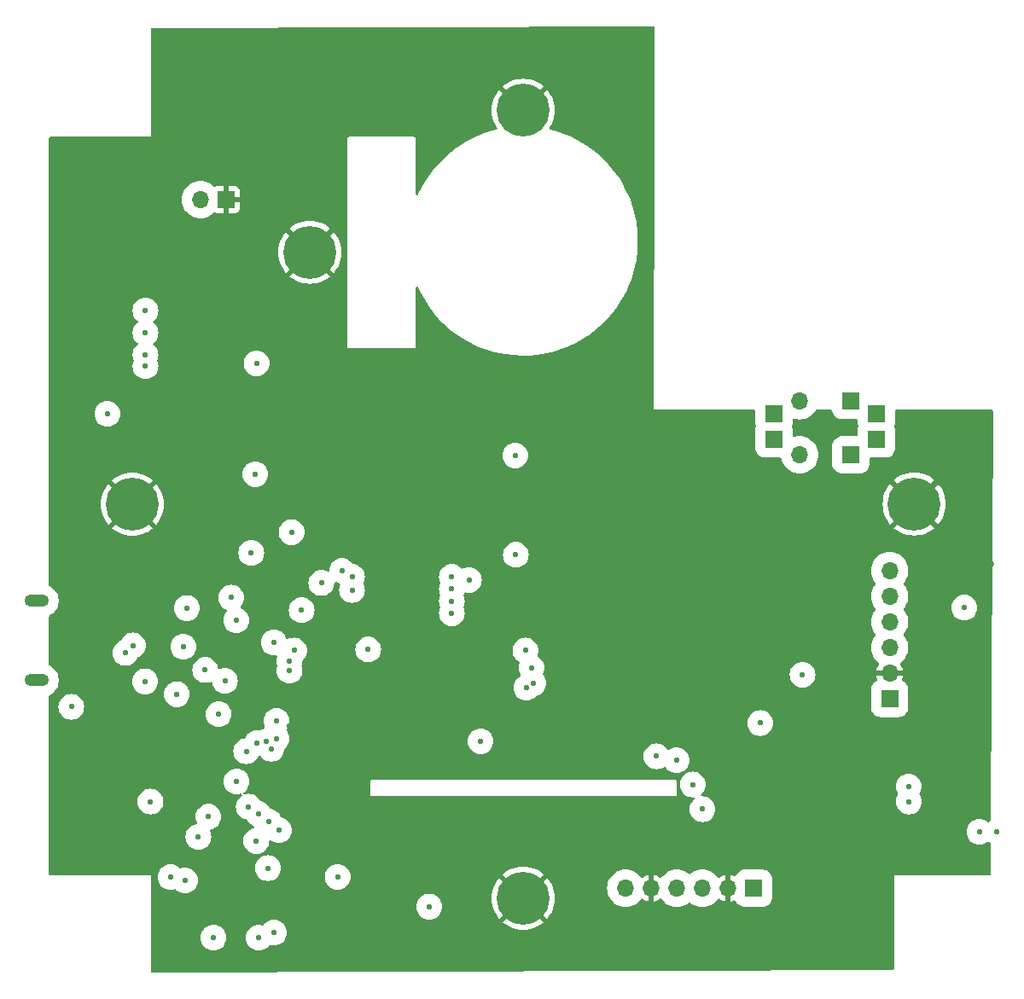
<source format=gbr>
%TF.GenerationSoftware,KiCad,Pcbnew,8.0.4*%
%TF.CreationDate,2024-11-09T01:48:31-05:00*%
%TF.ProjectId,payload_board,7061796c-6f61-4645-9f62-6f6172642e6b,0.7.4*%
%TF.SameCoordinates,Original*%
%TF.FileFunction,Copper,L3,Inr*%
%TF.FilePolarity,Positive*%
%FSLAX46Y46*%
G04 Gerber Fmt 4.6, Leading zero omitted, Abs format (unit mm)*
G04 Created by KiCad (PCBNEW 8.0.4) date 2024-11-09 01:48:31*
%MOMM*%
%LPD*%
G01*
G04 APERTURE LIST*
%TA.AperFunction,ComponentPad*%
%ADD10C,5.250000*%
%TD*%
%TA.AperFunction,ComponentPad*%
%ADD11R,1.700000X1.700000*%
%TD*%
%TA.AperFunction,ComponentPad*%
%ADD12O,1.700000X1.700000*%
%TD*%
%TA.AperFunction,ComponentPad*%
%ADD13O,2.416000X1.208000*%
%TD*%
%TA.AperFunction,ViaPad*%
%ADD14C,0.550000*%
%TD*%
%TA.AperFunction,ViaPad*%
%ADD15C,0.800000*%
%TD*%
G04 APERTURE END LIST*
D10*
%TO.N,GND*%
%TO.C,*%
X101782992Y-62956243D03*
%TD*%
D11*
%TO.N,CIN-*%
%TO.C,J2*%
X99340000Y-82270000D03*
D12*
%TO.N,GND*%
X99340000Y-79730000D03*
%TO.N,SPI1_SCK_Cam*%
X99340000Y-77190000D03*
%TO.N,SPI1_MISO_Cam*%
X99340000Y-74650000D03*
%TO.N,SPI1_MOSI_Cam*%
X99340000Y-72110000D03*
%TO.N,SPI1_CS_Cam*%
X99340000Y-69570000D03*
%TD*%
D11*
%TO.N,SWCLK*%
%TO.C,J15*%
X85852000Y-101092000D03*
D12*
%TO.N,GND*%
X83312000Y-101092000D03*
%TO.N,SWDIO*%
X80772000Y-101092000D03*
%TO.N,UART1_TX*%
X78232000Y-101092000D03*
%TO.N,GND*%
X75692000Y-101092000D03*
%TO.N,UART1_RX*%
X73152000Y-101092000D03*
%TD*%
D11*
%TO.N,GND*%
%TO.C,J12*%
X33500000Y-32750000D03*
D12*
%TO.N,+3.3V*%
X30960000Y-32750000D03*
%TD*%
D10*
%TO.N,GND*%
%TO.C,*%
X24195000Y-63000000D03*
%TD*%
%TO.N,GND*%
%TO.C,J2*%
X62988996Y-102081941D03*
%TD*%
D11*
%TO.N,BGND*%
%TO.C,J_Burn*%
X95495000Y-58080000D03*
X98035000Y-56520000D03*
X98035000Y-53980000D03*
X95495000Y-52710000D03*
D12*
%TO.N,BPWR*%
X90415000Y-58080000D03*
D11*
X87875000Y-56520000D03*
X87875000Y-53980000D03*
D12*
X90415000Y-52710000D03*
%TD*%
D10*
%TO.N,GND*%
%TO.C,*%
X41822243Y-37976859D03*
%TD*%
D13*
%TO.N,N/C*%
%TO.C,J7*%
X14700000Y-80467500D03*
X14700000Y-72567500D03*
%TD*%
D10*
%TO.N,GND*%
%TO.C,J5*%
X62988996Y-23896243D03*
%TD*%
D14*
%TO.N,GND*%
X19280000Y-96560000D03*
X39250000Y-81250000D03*
X39750000Y-85000000D03*
X25460000Y-98880000D03*
X28150000Y-88140000D03*
X33750000Y-89000000D03*
X36670000Y-84150000D03*
X32750000Y-74750000D03*
X24830000Y-85470000D03*
X40900000Y-82200000D03*
D15*
X109290000Y-68880000D03*
D14*
X56750000Y-77750000D03*
%TO.N,1.2V*%
X33390000Y-80518000D03*
X28610000Y-81840000D03*
%TO.N,I2C1_SDA*%
X38750000Y-95342900D03*
X108250000Y-95500000D03*
%TO.N,I2C1_SCL*%
X37750000Y-94500000D03*
X110000000Y-95500000D03*
%TO.N,SPI0_CS_DISP*%
X63800000Y-79200000D03*
X55900000Y-71400000D03*
%TO.N,Cam_RST*%
X34544000Y-90500000D03*
X36561699Y-86708301D03*
%TO.N,SPI1_SCK_Cam*%
X35500000Y-87500000D03*
X78200000Y-88400000D03*
%TO.N,SPI1_MOSI_Cam*%
X38000000Y-87250000D03*
X76200000Y-88000000D03*
%TO.N,Disp_RST*%
X55900000Y-70200000D03*
X63200000Y-77500000D03*
%TO.N,/USBBOOT*%
X26000000Y-92500000D03*
X31750000Y-94000000D03*
X30750000Y-96000000D03*
X37500000Y-86500000D03*
%TO.N,Disp_DC*%
X38500000Y-86250000D03*
X58750000Y-86500000D03*
%TO.N,SWCLK*%
X39800000Y-79500000D03*
X79800000Y-90800000D03*
%TO.N,SWDIO*%
X39800000Y-78540000D03*
X80772000Y-93250000D03*
%TO.N,/~{RESET}*%
X36500000Y-96400000D03*
X38250000Y-76700000D03*
X44570000Y-99970000D03*
%TO.N,SPI0_MISO*%
X25500000Y-43770000D03*
X46000000Y-71500000D03*
%TO.N,SPI0_CS_SD*%
X42950000Y-70800000D03*
X25500000Y-49270000D03*
%TO.N,SPI0_SCK*%
X55900000Y-73800000D03*
X63300000Y-81200000D03*
X25500000Y-45970000D03*
X46000000Y-70200000D03*
%TO.N,SPI0_MOSI*%
X45000000Y-69600000D03*
X55900000Y-72600000D03*
X64000000Y-80750000D03*
X25500000Y-48170000D03*
%TO.N,WDT_WDI*%
X37661960Y-99098040D03*
X34500000Y-74500000D03*
%TO.N,ADC0*%
X34000000Y-72250000D03*
X29610000Y-73290000D03*
%TO.N,ADC1*%
X47600000Y-77400000D03*
X29260000Y-77130000D03*
X90700000Y-79900000D03*
X41000000Y-73500000D03*
%TO.N,+3.3V*%
X31430000Y-79440000D03*
X32250000Y-106000000D03*
X40250000Y-77500000D03*
X32766000Y-83820000D03*
X62250000Y-68000000D03*
X62187500Y-58140000D03*
X53661000Y-102922000D03*
X86500000Y-84700000D03*
X21720000Y-54010000D03*
X57600000Y-70500000D03*
X25460000Y-80570000D03*
X36400000Y-60000000D03*
X18150000Y-83090000D03*
%TO.N,SD_IND*%
X38500000Y-84500000D03*
X36525000Y-49000000D03*
%TO.N,VBUS*%
X40000000Y-65750000D03*
%TO.N,/D-*%
X24250000Y-77000000D03*
%TO.N,/D+*%
X23500000Y-77750000D03*
%TO.N,UART1_TX*%
X28000000Y-100000000D03*
X36750000Y-106000000D03*
%TO.N,UART1_RX*%
X38250000Y-105500000D03*
X29425000Y-100325000D03*
%TO.N,Net-(IC1-GPIO25)*%
X36000000Y-67812802D03*
%TO.N,CIN-*%
X106750000Y-73250000D03*
%TO.N,BURN_A*%
X36750000Y-93750000D03*
X101250000Y-92500000D03*
%TO.N,BURN_B*%
X35750000Y-93000000D03*
X101220000Y-90990000D03*
%TD*%
%TA.AperFunction,Conductor*%
%TO.N,GND*%
G36*
X75976507Y-15599944D02*
G01*
X76022416Y-15652614D01*
X76033773Y-15704455D01*
X76033773Y-26391307D01*
X75964890Y-53186988D01*
X75963773Y-53621307D01*
X85900427Y-53615453D01*
X85967478Y-53635098D01*
X86013264Y-53687875D01*
X86024500Y-53739453D01*
X86024500Y-54888028D01*
X86024501Y-54888034D01*
X86035113Y-55007415D01*
X86091091Y-55203050D01*
X86091474Y-55204009D01*
X86091527Y-55204575D01*
X86092821Y-55209096D01*
X86091978Y-55209337D01*
X86098058Y-55273568D01*
X86091474Y-55295991D01*
X86091091Y-55296949D01*
X86035114Y-55492583D01*
X86035113Y-55492586D01*
X86024500Y-55611966D01*
X86024500Y-57428028D01*
X86024501Y-57428034D01*
X86035113Y-57547415D01*
X86091089Y-57743045D01*
X86091090Y-57743048D01*
X86091091Y-57743049D01*
X86185302Y-57923407D01*
X86185304Y-57923409D01*
X86313890Y-58081109D01*
X86386114Y-58139999D01*
X86471593Y-58209698D01*
X86651951Y-58303909D01*
X86847582Y-58359886D01*
X86966963Y-58370500D01*
X88484489Y-58370499D01*
X88551528Y-58390184D01*
X88597283Y-58442987D01*
X88605655Y-58468140D01*
X88634921Y-58602672D01*
X88727426Y-58850690D01*
X88727428Y-58850694D01*
X88854280Y-59083005D01*
X88854285Y-59083013D01*
X89012906Y-59294907D01*
X89012922Y-59294925D01*
X89200074Y-59482077D01*
X89200092Y-59482093D01*
X89411986Y-59640714D01*
X89411994Y-59640719D01*
X89644305Y-59767571D01*
X89644309Y-59767573D01*
X89644311Y-59767574D01*
X89892322Y-59860077D01*
X89892325Y-59860077D01*
X89892326Y-59860078D01*
X90028750Y-59889755D01*
X90150974Y-59916343D01*
X90394660Y-59933772D01*
X90414999Y-59935227D01*
X90415000Y-59935227D01*
X90415001Y-59935227D01*
X90433885Y-59933876D01*
X90679026Y-59916343D01*
X90937678Y-59860077D01*
X91185689Y-59767574D01*
X91418011Y-59640716D01*
X91629915Y-59482087D01*
X91817087Y-59294915D01*
X91975716Y-59083011D01*
X92102574Y-58850689D01*
X92195077Y-58602678D01*
X92251343Y-58344026D01*
X92270227Y-58080000D01*
X92251343Y-57815974D01*
X92195077Y-57557322D01*
X92102574Y-57309311D01*
X91975716Y-57076989D01*
X91870806Y-56936845D01*
X91817093Y-56865092D01*
X91817077Y-56865074D01*
X91629925Y-56677922D01*
X91629907Y-56677906D01*
X91418013Y-56519285D01*
X91418005Y-56519280D01*
X91185694Y-56392428D01*
X91185690Y-56392426D01*
X90937673Y-56299921D01*
X90679034Y-56243658D01*
X90679027Y-56243657D01*
X90415001Y-56224773D01*
X90414999Y-56224773D01*
X90150972Y-56243657D01*
X90150965Y-56243658D01*
X89892320Y-56299923D01*
X89888066Y-56301172D01*
X89887750Y-56300097D01*
X89823133Y-56304714D01*
X89761812Y-56271225D01*
X89728331Y-56209900D01*
X89725499Y-56183550D01*
X89725499Y-55611971D01*
X89725499Y-55611964D01*
X89714886Y-55492582D01*
X89658909Y-55296951D01*
X89658903Y-55296939D01*
X89658531Y-55296006D01*
X89658477Y-55295442D01*
X89657179Y-55290904D01*
X89658024Y-55290662D01*
X89651938Y-55226448D01*
X89658531Y-55203994D01*
X89658901Y-55203063D01*
X89658909Y-55203049D01*
X89714886Y-55007418D01*
X89725500Y-54888037D01*
X89725499Y-54606446D01*
X89745183Y-54539409D01*
X89797987Y-54493654D01*
X89867146Y-54483710D01*
X89888017Y-54489039D01*
X89888079Y-54488831D01*
X89892314Y-54490074D01*
X89892322Y-54490077D01*
X90150974Y-54546343D01*
X90394660Y-54563772D01*
X90414999Y-54565227D01*
X90415000Y-54565227D01*
X90415001Y-54565227D01*
X90433885Y-54563876D01*
X90679026Y-54546343D01*
X90937678Y-54490077D01*
X91185689Y-54397574D01*
X91418011Y-54270716D01*
X91629915Y-54112087D01*
X91817087Y-53924915D01*
X91975716Y-53713011D01*
X91995722Y-53676371D01*
X92045124Y-53626967D01*
X92104478Y-53611798D01*
X93530333Y-53610959D01*
X93597384Y-53630604D01*
X93643170Y-53683381D01*
X93653919Y-53723977D01*
X93655113Y-53737415D01*
X93711089Y-53933045D01*
X93711090Y-53933048D01*
X93711091Y-53933049D01*
X93805302Y-54113407D01*
X93805304Y-54113409D01*
X93933890Y-54271109D01*
X94027803Y-54347684D01*
X94091593Y-54399698D01*
X94271951Y-54493909D01*
X94467582Y-54549886D01*
X94586963Y-54560500D01*
X96060500Y-54560499D01*
X96127539Y-54580184D01*
X96173294Y-54632987D01*
X96184500Y-54684498D01*
X96184500Y-54888028D01*
X96184501Y-54888034D01*
X96195113Y-55007415D01*
X96251091Y-55203050D01*
X96251474Y-55204009D01*
X96251527Y-55204575D01*
X96252821Y-55209096D01*
X96251978Y-55209337D01*
X96258058Y-55273568D01*
X96251474Y-55295991D01*
X96251091Y-55296949D01*
X96195114Y-55492583D01*
X96195113Y-55492586D01*
X96184500Y-55611966D01*
X96184500Y-56105500D01*
X96164815Y-56172539D01*
X96112011Y-56218294D01*
X96060500Y-56229500D01*
X94586971Y-56229500D01*
X94586965Y-56229500D01*
X94586964Y-56229501D01*
X94575316Y-56230536D01*
X94467584Y-56240113D01*
X94271954Y-56296089D01*
X94181772Y-56343196D01*
X94091593Y-56390302D01*
X94091591Y-56390303D01*
X94091590Y-56390304D01*
X93933890Y-56518890D01*
X93805304Y-56676590D01*
X93805302Y-56676593D01*
X93804608Y-56677922D01*
X93711089Y-56856954D01*
X93655114Y-57052583D01*
X93655113Y-57052586D01*
X93647607Y-57137016D01*
X93645637Y-57159182D01*
X93644500Y-57171966D01*
X93644500Y-58988028D01*
X93644501Y-58988034D01*
X93655113Y-59107415D01*
X93711089Y-59303045D01*
X93711090Y-59303048D01*
X93711091Y-59303049D01*
X93805302Y-59483407D01*
X93805304Y-59483409D01*
X93933890Y-59641109D01*
X94027803Y-59717684D01*
X94091593Y-59769698D01*
X94271951Y-59863909D01*
X94467582Y-59919886D01*
X94586963Y-59930500D01*
X96403036Y-59930499D01*
X96522418Y-59919886D01*
X96718049Y-59863909D01*
X96898407Y-59769698D01*
X97056109Y-59641109D01*
X97184698Y-59483407D01*
X97278909Y-59303049D01*
X97334886Y-59107418D01*
X97345500Y-58988037D01*
X97345499Y-58494498D01*
X97365183Y-58427460D01*
X97417987Y-58381705D01*
X97469499Y-58370499D01*
X98943028Y-58370499D01*
X98943036Y-58370499D01*
X99062418Y-58359886D01*
X99258049Y-58303909D01*
X99438407Y-58209698D01*
X99596109Y-58081109D01*
X99724698Y-57923407D01*
X99818909Y-57743049D01*
X99874886Y-57547418D01*
X99885500Y-57428037D01*
X99885499Y-55611964D01*
X99874886Y-55492582D01*
X99818909Y-55296951D01*
X99818903Y-55296939D01*
X99818531Y-55296006D01*
X99818477Y-55295442D01*
X99817179Y-55290904D01*
X99818024Y-55290662D01*
X99811938Y-55226448D01*
X99818531Y-55203994D01*
X99818901Y-55203063D01*
X99818909Y-55203049D01*
X99874886Y-55007418D01*
X99885500Y-54888037D01*
X99885499Y-53731141D01*
X99905184Y-53664103D01*
X99957987Y-53618348D01*
X100009421Y-53607143D01*
X109462220Y-53601575D01*
X109529268Y-53621219D01*
X109575054Y-53673996D01*
X109586289Y-53726108D01*
X109411547Y-94290923D01*
X109391574Y-94357877D01*
X109358672Y-94391963D01*
X109196124Y-94505782D01*
X109129918Y-94528110D01*
X109062151Y-94511100D01*
X109053888Y-94505790D01*
X108890186Y-94391165D01*
X108687913Y-94296844D01*
X108687909Y-94296843D01*
X108687905Y-94296841D01*
X108472339Y-94239081D01*
X108472329Y-94239079D01*
X108250001Y-94219628D01*
X108249999Y-94219628D01*
X108027670Y-94239079D01*
X108027660Y-94239081D01*
X107812094Y-94296841D01*
X107812087Y-94296843D01*
X107812087Y-94296844D01*
X107609814Y-94391165D01*
X107426993Y-94519178D01*
X107426991Y-94519179D01*
X107426988Y-94519182D01*
X107269182Y-94676988D01*
X107269179Y-94676991D01*
X107269178Y-94676993D01*
X107141165Y-94859814D01*
X107070704Y-95010920D01*
X107046845Y-95062085D01*
X107046841Y-95062094D01*
X106989081Y-95277660D01*
X106989079Y-95277670D01*
X106969628Y-95499999D01*
X106969628Y-95500000D01*
X106989079Y-95722329D01*
X106989081Y-95722339D01*
X107046841Y-95937905D01*
X107046843Y-95937909D01*
X107046844Y-95937913D01*
X107141165Y-96140186D01*
X107269178Y-96323007D01*
X107426993Y-96480822D01*
X107609814Y-96608835D01*
X107812087Y-96703156D01*
X108027666Y-96760920D01*
X108205533Y-96776481D01*
X108249999Y-96780372D01*
X108250000Y-96780372D01*
X108250001Y-96780372D01*
X108287055Y-96777130D01*
X108472334Y-96760920D01*
X108687913Y-96703156D01*
X108890186Y-96608835D01*
X109053877Y-96494216D01*
X109120082Y-96471889D01*
X109187849Y-96488899D01*
X109196094Y-96494196D01*
X109348284Y-96600761D01*
X109391907Y-96655336D01*
X109401157Y-96702868D01*
X109388219Y-99706534D01*
X109368246Y-99773488D01*
X109315245Y-99819015D01*
X109264220Y-99830000D01*
X99789999Y-99830000D01*
X99770000Y-99849999D01*
X99770000Y-109075591D01*
X99750315Y-109142630D01*
X99697511Y-109188385D01*
X99646433Y-109199590D01*
X26204433Y-109455957D01*
X26137325Y-109436507D01*
X26091386Y-109383863D01*
X26080000Y-109331958D01*
X26080000Y-105999999D01*
X30969628Y-105999999D01*
X30969628Y-106000000D01*
X30989079Y-106222329D01*
X30989081Y-106222339D01*
X31046841Y-106437905D01*
X31046843Y-106437909D01*
X31046844Y-106437913D01*
X31141165Y-106640186D01*
X31269178Y-106823007D01*
X31426993Y-106980822D01*
X31609814Y-107108835D01*
X31812087Y-107203156D01*
X32027666Y-107260920D01*
X32205533Y-107276481D01*
X32249999Y-107280372D01*
X32250000Y-107280372D01*
X32250001Y-107280372D01*
X32287055Y-107277130D01*
X32472334Y-107260920D01*
X32687913Y-107203156D01*
X32890186Y-107108835D01*
X33073007Y-106980822D01*
X33230822Y-106823007D01*
X33358835Y-106640186D01*
X33453156Y-106437913D01*
X33510920Y-106222334D01*
X33530372Y-106000000D01*
X33530372Y-105999999D01*
X35469628Y-105999999D01*
X35469628Y-106000000D01*
X35489079Y-106222329D01*
X35489081Y-106222339D01*
X35546841Y-106437905D01*
X35546843Y-106437909D01*
X35546844Y-106437913D01*
X35641165Y-106640186D01*
X35769178Y-106823007D01*
X35926993Y-106980822D01*
X36109814Y-107108835D01*
X36312087Y-107203156D01*
X36527666Y-107260920D01*
X36705533Y-107276481D01*
X36749999Y-107280372D01*
X36750000Y-107280372D01*
X36750001Y-107280372D01*
X36787055Y-107277130D01*
X36972334Y-107260920D01*
X37187913Y-107203156D01*
X37390186Y-107108835D01*
X37573007Y-106980822D01*
X37730822Y-106823007D01*
X37764521Y-106774878D01*
X37819097Y-106731254D01*
X37888595Y-106724060D01*
X37898189Y-106726227D01*
X37942804Y-106738181D01*
X38027666Y-106760920D01*
X38205533Y-106776481D01*
X38249999Y-106780372D01*
X38250000Y-106780372D01*
X38250001Y-106780372D01*
X38287055Y-106777130D01*
X38472334Y-106760920D01*
X38687913Y-106703156D01*
X38890186Y-106608835D01*
X39073007Y-106480822D01*
X39230822Y-106323007D01*
X39358835Y-106140186D01*
X39453156Y-105937913D01*
X39510920Y-105722334D01*
X39530372Y-105500000D01*
X39510920Y-105277666D01*
X39453156Y-105062087D01*
X39358835Y-104859814D01*
X39230822Y-104676993D01*
X39073007Y-104519178D01*
X38890186Y-104391165D01*
X38687913Y-104296844D01*
X38687909Y-104296843D01*
X38687905Y-104296841D01*
X38472339Y-104239081D01*
X38472329Y-104239079D01*
X38250001Y-104219628D01*
X38249999Y-104219628D01*
X38027670Y-104239079D01*
X38027660Y-104239081D01*
X37812094Y-104296841D01*
X37812087Y-104296843D01*
X37812087Y-104296844D01*
X37609814Y-104391165D01*
X37426993Y-104519178D01*
X37426991Y-104519179D01*
X37426988Y-104519182D01*
X37269181Y-104676989D01*
X37269176Y-104676995D01*
X37235477Y-104725122D01*
X37180899Y-104768746D01*
X37111401Y-104775938D01*
X37101810Y-104773772D01*
X36972339Y-104739081D01*
X36972329Y-104739079D01*
X36750001Y-104719628D01*
X36749999Y-104719628D01*
X36527670Y-104739079D01*
X36527660Y-104739081D01*
X36312094Y-104796841D01*
X36312087Y-104796843D01*
X36312087Y-104796844D01*
X36109814Y-104891165D01*
X35926993Y-105019178D01*
X35926991Y-105019179D01*
X35926988Y-105019182D01*
X35769182Y-105176988D01*
X35769179Y-105176991D01*
X35769178Y-105176993D01*
X35744761Y-105211864D01*
X35641165Y-105359814D01*
X35546845Y-105562085D01*
X35546841Y-105562094D01*
X35489081Y-105777660D01*
X35489079Y-105777670D01*
X35469628Y-105999999D01*
X33530372Y-105999999D01*
X33510920Y-105777666D01*
X33453156Y-105562087D01*
X33358835Y-105359814D01*
X33230822Y-105176993D01*
X33073007Y-105019178D01*
X32890186Y-104891165D01*
X32687913Y-104796844D01*
X32687909Y-104796843D01*
X32687905Y-104796841D01*
X32472339Y-104739081D01*
X32472329Y-104739079D01*
X32250001Y-104719628D01*
X32249999Y-104719628D01*
X32027670Y-104739079D01*
X32027660Y-104739081D01*
X31812094Y-104796841D01*
X31812087Y-104796843D01*
X31812087Y-104796844D01*
X31609814Y-104891165D01*
X31426993Y-105019178D01*
X31426991Y-105019179D01*
X31426988Y-105019182D01*
X31269182Y-105176988D01*
X31269179Y-105176991D01*
X31269178Y-105176993D01*
X31244761Y-105211864D01*
X31141165Y-105359814D01*
X31046845Y-105562085D01*
X31046841Y-105562094D01*
X30989081Y-105777660D01*
X30989079Y-105777670D01*
X30969628Y-105999999D01*
X26080000Y-105999999D01*
X26080000Y-102921999D01*
X52380628Y-102921999D01*
X52380628Y-102922000D01*
X52400079Y-103144329D01*
X52400081Y-103144339D01*
X52457841Y-103359905D01*
X52457843Y-103359909D01*
X52457844Y-103359913D01*
X52552165Y-103562186D01*
X52680178Y-103745007D01*
X52837993Y-103902822D01*
X53020814Y-104030835D01*
X53223087Y-104125156D01*
X53438666Y-104182920D01*
X53616533Y-104198481D01*
X53660999Y-104202372D01*
X53661000Y-104202372D01*
X53661001Y-104202372D01*
X53698055Y-104199130D01*
X53883334Y-104182920D01*
X54098913Y-104125156D01*
X54301186Y-104030835D01*
X54484007Y-103902822D01*
X54641822Y-103745007D01*
X54769835Y-103562186D01*
X54864156Y-103359913D01*
X54921920Y-103144334D01*
X54941372Y-102922000D01*
X54921920Y-102699666D01*
X54866837Y-102494093D01*
X54864158Y-102484094D01*
X54864157Y-102484093D01*
X54864156Y-102484087D01*
X54769835Y-102281814D01*
X54641822Y-102098993D01*
X54624770Y-102081941D01*
X59859072Y-102081941D01*
X59878751Y-102432376D01*
X59878753Y-102432388D01*
X59937545Y-102778411D01*
X59937547Y-102778420D01*
X60034712Y-103115686D01*
X60169028Y-103439957D01*
X60169030Y-103439961D01*
X60338814Y-103747161D01*
X60541924Y-104033418D01*
X60608956Y-104108426D01*
X61784234Y-102933148D01*
X61863929Y-103042839D01*
X62028098Y-103207008D01*
X62137787Y-103286701D01*
X60962509Y-104461979D01*
X61037518Y-104529012D01*
X61323775Y-104732122D01*
X61630975Y-104901906D01*
X61630979Y-104901908D01*
X61955250Y-105036224D01*
X62292516Y-105133389D01*
X62292525Y-105133391D01*
X62638548Y-105192183D01*
X62638560Y-105192185D01*
X62988996Y-105211864D01*
X63339431Y-105192185D01*
X63339443Y-105192183D01*
X63685466Y-105133391D01*
X63685475Y-105133389D01*
X64022741Y-105036224D01*
X64347012Y-104901908D01*
X64347016Y-104901906D01*
X64654216Y-104732122D01*
X64940473Y-104529012D01*
X65015481Y-104461979D01*
X63840204Y-103286702D01*
X63949894Y-103207008D01*
X64114063Y-103042839D01*
X64193757Y-102933149D01*
X65369034Y-104108426D01*
X65436067Y-104033418D01*
X65639177Y-103747161D01*
X65808961Y-103439961D01*
X65808963Y-103439957D01*
X65943279Y-103115686D01*
X66040444Y-102778420D01*
X66040446Y-102778411D01*
X66099238Y-102432388D01*
X66099240Y-102432376D01*
X66118919Y-102081941D01*
X66099240Y-101731505D01*
X66099238Y-101731493D01*
X66040446Y-101385470D01*
X66040444Y-101385461D01*
X65955898Y-101091998D01*
X71296773Y-101091998D01*
X71296773Y-101092001D01*
X71315657Y-101356027D01*
X71315658Y-101356034D01*
X71371921Y-101614673D01*
X71464426Y-101862690D01*
X71464428Y-101862694D01*
X71591280Y-102095005D01*
X71591285Y-102095013D01*
X71749906Y-102306907D01*
X71749922Y-102306925D01*
X71937074Y-102494077D01*
X71937092Y-102494093D01*
X72148986Y-102652714D01*
X72148994Y-102652719D01*
X72381305Y-102779571D01*
X72381309Y-102779573D01*
X72381311Y-102779574D01*
X72629322Y-102872077D01*
X72629325Y-102872077D01*
X72629326Y-102872078D01*
X72646942Y-102875910D01*
X72887974Y-102928343D01*
X73131660Y-102945772D01*
X73151999Y-102947227D01*
X73152000Y-102947227D01*
X73152001Y-102947227D01*
X73170885Y-102945876D01*
X73416026Y-102928343D01*
X73674678Y-102872077D01*
X73922689Y-102779574D01*
X74155011Y-102652716D01*
X74366915Y-102494087D01*
X74554087Y-102306915D01*
X74660701Y-102164494D01*
X74716634Y-102122623D01*
X74786326Y-102117639D01*
X74831092Y-102137230D01*
X75014421Y-102265600D01*
X75228507Y-102365429D01*
X75228516Y-102365433D01*
X75442000Y-102422634D01*
X75442000Y-101525012D01*
X75499007Y-101557925D01*
X75626174Y-101592000D01*
X75757826Y-101592000D01*
X75884993Y-101557925D01*
X75942000Y-101525012D01*
X75942000Y-102422633D01*
X76155483Y-102365433D01*
X76155492Y-102365429D01*
X76369578Y-102265600D01*
X76552908Y-102137230D01*
X76619114Y-102114903D01*
X76686882Y-102131913D01*
X76723299Y-102164495D01*
X76829906Y-102306907D01*
X76829922Y-102306925D01*
X77017074Y-102494077D01*
X77017092Y-102494093D01*
X77228986Y-102652714D01*
X77228994Y-102652719D01*
X77461305Y-102779571D01*
X77461309Y-102779573D01*
X77461311Y-102779574D01*
X77709322Y-102872077D01*
X77709325Y-102872077D01*
X77709326Y-102872078D01*
X77726942Y-102875910D01*
X77967974Y-102928343D01*
X78211660Y-102945772D01*
X78231999Y-102947227D01*
X78232000Y-102947227D01*
X78232001Y-102947227D01*
X78250885Y-102945876D01*
X78496026Y-102928343D01*
X78754678Y-102872077D01*
X79002689Y-102779574D01*
X79235011Y-102652716D01*
X79345155Y-102570263D01*
X79427690Y-102508479D01*
X79493154Y-102484062D01*
X79561427Y-102498914D01*
X79576310Y-102508479D01*
X79768986Y-102652714D01*
X79768994Y-102652719D01*
X80001305Y-102779571D01*
X80001309Y-102779573D01*
X80001311Y-102779574D01*
X80249322Y-102872077D01*
X80249325Y-102872077D01*
X80249326Y-102872078D01*
X80266942Y-102875910D01*
X80507974Y-102928343D01*
X80751660Y-102945772D01*
X80771999Y-102947227D01*
X80772000Y-102947227D01*
X80772001Y-102947227D01*
X80790885Y-102945876D01*
X81036026Y-102928343D01*
X81294678Y-102872077D01*
X81542689Y-102779574D01*
X81775011Y-102652716D01*
X81986915Y-102494087D01*
X82174087Y-102306915D01*
X82280701Y-102164494D01*
X82336634Y-102122623D01*
X82406326Y-102117639D01*
X82451092Y-102137230D01*
X82634421Y-102265600D01*
X82848507Y-102365429D01*
X82848516Y-102365433D01*
X83062000Y-102422634D01*
X83062000Y-101525012D01*
X83119007Y-101557925D01*
X83246174Y-101592000D01*
X83377826Y-101592000D01*
X83504993Y-101557925D01*
X83562000Y-101525012D01*
X83562000Y-102422633D01*
X83775483Y-102365433D01*
X83775492Y-102365430D01*
X83924510Y-102295941D01*
X83993587Y-102285449D01*
X84057371Y-102313968D01*
X84086823Y-102350909D01*
X84162302Y-102495407D01*
X84162304Y-102495409D01*
X84290890Y-102653109D01*
X84384803Y-102729684D01*
X84448593Y-102781698D01*
X84628951Y-102875909D01*
X84824582Y-102931886D01*
X84943963Y-102942500D01*
X86760036Y-102942499D01*
X86879418Y-102931886D01*
X87075049Y-102875909D01*
X87255407Y-102781698D01*
X87413109Y-102653109D01*
X87541698Y-102495407D01*
X87635909Y-102315049D01*
X87691886Y-102119418D01*
X87702500Y-102000037D01*
X87702499Y-100183964D01*
X87691886Y-100064582D01*
X87640042Y-99883395D01*
X87635910Y-99868954D01*
X87635909Y-99868953D01*
X87635909Y-99868951D01*
X87541698Y-99688593D01*
X87438552Y-99562094D01*
X87413109Y-99530890D01*
X87258014Y-99404428D01*
X87255407Y-99402302D01*
X87075049Y-99308091D01*
X87075048Y-99308090D01*
X87075045Y-99308089D01*
X86957829Y-99274550D01*
X86879418Y-99252114D01*
X86879415Y-99252113D01*
X86879413Y-99252113D01*
X86813102Y-99246217D01*
X86760037Y-99241500D01*
X86760032Y-99241500D01*
X84943971Y-99241500D01*
X84943965Y-99241500D01*
X84943964Y-99241501D01*
X84932316Y-99242536D01*
X84824584Y-99252113D01*
X84628954Y-99308089D01*
X84587364Y-99329814D01*
X84448593Y-99402302D01*
X84448591Y-99402303D01*
X84448590Y-99402304D01*
X84290890Y-99530890D01*
X84162302Y-99688593D01*
X84162300Y-99688595D01*
X84086823Y-99833088D01*
X84038336Y-99883395D01*
X83970349Y-99899502D01*
X83924510Y-99888058D01*
X83775492Y-99818570D01*
X83775486Y-99818567D01*
X83562000Y-99761364D01*
X83562000Y-100658988D01*
X83504993Y-100626075D01*
X83377826Y-100592000D01*
X83246174Y-100592000D01*
X83119007Y-100626075D01*
X83062000Y-100658988D01*
X83062000Y-99761364D01*
X83061999Y-99761364D01*
X82848513Y-99818567D01*
X82848507Y-99818570D01*
X82634422Y-99918399D01*
X82634420Y-99918400D01*
X82451090Y-100046769D01*
X82384884Y-100069096D01*
X82317117Y-100052086D01*
X82280700Y-100019504D01*
X82174093Y-99877092D01*
X82174077Y-99877074D01*
X81986925Y-99689922D01*
X81986907Y-99689906D01*
X81775013Y-99531285D01*
X81775005Y-99531280D01*
X81542694Y-99404428D01*
X81542690Y-99404426D01*
X81294673Y-99311921D01*
X81036034Y-99255658D01*
X81036027Y-99255657D01*
X80772001Y-99236773D01*
X80771999Y-99236773D01*
X80507972Y-99255657D01*
X80507965Y-99255658D01*
X80249326Y-99311921D01*
X80001309Y-99404426D01*
X80001305Y-99404428D01*
X79768994Y-99531280D01*
X79768986Y-99531285D01*
X79576310Y-99675520D01*
X79510845Y-99699937D01*
X79442573Y-99685085D01*
X79427690Y-99675520D01*
X79235013Y-99531285D01*
X79235005Y-99531280D01*
X79002694Y-99404428D01*
X79002690Y-99404426D01*
X78754673Y-99311921D01*
X78496034Y-99255658D01*
X78496027Y-99255657D01*
X78232001Y-99236773D01*
X78231999Y-99236773D01*
X77967972Y-99255657D01*
X77967965Y-99255658D01*
X77709326Y-99311921D01*
X77461309Y-99404426D01*
X77461305Y-99404428D01*
X77228994Y-99531280D01*
X77228986Y-99531285D01*
X77017092Y-99689906D01*
X77017074Y-99689922D01*
X76829922Y-99877074D01*
X76829912Y-99877086D01*
X76723298Y-100019505D01*
X76667364Y-100061376D01*
X76597672Y-100066360D01*
X76552907Y-100046769D01*
X76369578Y-99918399D01*
X76155492Y-99818570D01*
X76155486Y-99818567D01*
X75942000Y-99761364D01*
X75942000Y-100658988D01*
X75884993Y-100626075D01*
X75757826Y-100592000D01*
X75626174Y-100592000D01*
X75499007Y-100626075D01*
X75442000Y-100658988D01*
X75442000Y-99761364D01*
X75441999Y-99761364D01*
X75228513Y-99818567D01*
X75228507Y-99818570D01*
X75014422Y-99918399D01*
X75014420Y-99918400D01*
X74831090Y-100046769D01*
X74764884Y-100069096D01*
X74697117Y-100052086D01*
X74660700Y-100019504D01*
X74554093Y-99877092D01*
X74554077Y-99877074D01*
X74366925Y-99689922D01*
X74366907Y-99689906D01*
X74155013Y-99531285D01*
X74155005Y-99531280D01*
X73922694Y-99404428D01*
X73922690Y-99404426D01*
X73674673Y-99311921D01*
X73416034Y-99255658D01*
X73416027Y-99255657D01*
X73152001Y-99236773D01*
X73151999Y-99236773D01*
X72887972Y-99255657D01*
X72887965Y-99255658D01*
X72629326Y-99311921D01*
X72381309Y-99404426D01*
X72381305Y-99404428D01*
X72148994Y-99531280D01*
X72148986Y-99531285D01*
X71937092Y-99689906D01*
X71937074Y-99689922D01*
X71749922Y-99877074D01*
X71749906Y-99877092D01*
X71591285Y-100088986D01*
X71591280Y-100088994D01*
X71464428Y-100321305D01*
X71464426Y-100321309D01*
X71371921Y-100569326D01*
X71315658Y-100827965D01*
X71315657Y-100827972D01*
X71296773Y-101091998D01*
X65955898Y-101091998D01*
X65943279Y-101048195D01*
X65808963Y-100723924D01*
X65808961Y-100723920D01*
X65639177Y-100416720D01*
X65436067Y-100130463D01*
X65369034Y-100055454D01*
X64193756Y-101230732D01*
X64114063Y-101121043D01*
X63949894Y-100956874D01*
X63840204Y-100877179D01*
X65015482Y-99701901D01*
X64940473Y-99634869D01*
X64654216Y-99431759D01*
X64347016Y-99261975D01*
X64347012Y-99261973D01*
X64022741Y-99127657D01*
X63685475Y-99030492D01*
X63685466Y-99030490D01*
X63339443Y-98971698D01*
X63339431Y-98971696D01*
X62988996Y-98952017D01*
X62638560Y-98971696D01*
X62638548Y-98971698D01*
X62292525Y-99030490D01*
X62292516Y-99030492D01*
X61955250Y-99127657D01*
X61630979Y-99261973D01*
X61630975Y-99261975D01*
X61323771Y-99431761D01*
X61323766Y-99431764D01*
X61037524Y-99634865D01*
X61037516Y-99634870D01*
X60962509Y-99701900D01*
X60962509Y-99701901D01*
X62137787Y-100877179D01*
X62028098Y-100956874D01*
X61863929Y-101121043D01*
X61784234Y-101230732D01*
X60608956Y-100055454D01*
X60608955Y-100055454D01*
X60541925Y-100130461D01*
X60541920Y-100130469D01*
X60338819Y-100416711D01*
X60338816Y-100416716D01*
X60169030Y-100723920D01*
X60169028Y-100723924D01*
X60034712Y-101048195D01*
X59937547Y-101385461D01*
X59937545Y-101385470D01*
X59878753Y-101731493D01*
X59878751Y-101731505D01*
X59859072Y-102081941D01*
X54624770Y-102081941D01*
X54484007Y-101941178D01*
X54301186Y-101813165D01*
X54098913Y-101718844D01*
X54098909Y-101718843D01*
X54098905Y-101718841D01*
X53883339Y-101661081D01*
X53883329Y-101661079D01*
X53661001Y-101641628D01*
X53660999Y-101641628D01*
X53438670Y-101661079D01*
X53438660Y-101661081D01*
X53223094Y-101718841D01*
X53223087Y-101718843D01*
X53223087Y-101718844D01*
X53020814Y-101813165D01*
X52837993Y-101941178D01*
X52837991Y-101941179D01*
X52837988Y-101941182D01*
X52680182Y-102098988D01*
X52680179Y-102098991D01*
X52680178Y-102098993D01*
X52653404Y-102137230D01*
X52552165Y-102281814D01*
X52457845Y-102484085D01*
X52457841Y-102484094D01*
X52400081Y-102699660D01*
X52400079Y-102699670D01*
X52380628Y-102921999D01*
X26080000Y-102921999D01*
X26080000Y-99999999D01*
X26719628Y-99999999D01*
X26719628Y-100000000D01*
X26739079Y-100222329D01*
X26739081Y-100222339D01*
X26796841Y-100437905D01*
X26796843Y-100437909D01*
X26796844Y-100437913D01*
X26891165Y-100640186D01*
X27019178Y-100823007D01*
X27176993Y-100980822D01*
X27359814Y-101108835D01*
X27562087Y-101203156D01*
X27777666Y-101260920D01*
X27955533Y-101276481D01*
X27999999Y-101280372D01*
X28000000Y-101280372D01*
X28000001Y-101280372D01*
X28037055Y-101277130D01*
X28222334Y-101260920D01*
X28417199Y-101208706D01*
X28487046Y-101210369D01*
X28536971Y-101240800D01*
X28601993Y-101305822D01*
X28784814Y-101433835D01*
X28987087Y-101528156D01*
X29202666Y-101585920D01*
X29380533Y-101601481D01*
X29424999Y-101605372D01*
X29425000Y-101605372D01*
X29425001Y-101605372D01*
X29462055Y-101602130D01*
X29647334Y-101585920D01*
X29862913Y-101528156D01*
X30065186Y-101433835D01*
X30248007Y-101305822D01*
X30405822Y-101148007D01*
X30533835Y-100965186D01*
X30628156Y-100762913D01*
X30685920Y-100547334D01*
X30705372Y-100325000D01*
X30685920Y-100102666D01*
X30628156Y-99887087D01*
X30533835Y-99684814D01*
X30405822Y-99501993D01*
X30248007Y-99344178D01*
X30065186Y-99216165D01*
X29862913Y-99121844D01*
X29862909Y-99121843D01*
X29862905Y-99121841D01*
X29774074Y-99098039D01*
X36381588Y-99098039D01*
X36381588Y-99098040D01*
X36401039Y-99320369D01*
X36401041Y-99320379D01*
X36458801Y-99535945D01*
X36458803Y-99535949D01*
X36458804Y-99535953D01*
X36553125Y-99738226D01*
X36681138Y-99921047D01*
X36838953Y-100078862D01*
X37021774Y-100206875D01*
X37224047Y-100301196D01*
X37439626Y-100358960D01*
X37617493Y-100374521D01*
X37661959Y-100378412D01*
X37661960Y-100378412D01*
X37661961Y-100378412D01*
X37699015Y-100375170D01*
X37884294Y-100358960D01*
X38099873Y-100301196D01*
X38302146Y-100206875D01*
X38484967Y-100078862D01*
X38593830Y-99969999D01*
X43289628Y-99969999D01*
X43289628Y-99970000D01*
X43309079Y-100192329D01*
X43309081Y-100192339D01*
X43366841Y-100407905D01*
X43366843Y-100407909D01*
X43366844Y-100407913D01*
X43461165Y-100610186D01*
X43589178Y-100793007D01*
X43746993Y-100950822D01*
X43929814Y-101078835D01*
X44132087Y-101173156D01*
X44347666Y-101230920D01*
X44525533Y-101246481D01*
X44569999Y-101250372D01*
X44570000Y-101250372D01*
X44570001Y-101250372D01*
X44607055Y-101247130D01*
X44792334Y-101230920D01*
X45007913Y-101173156D01*
X45210186Y-101078835D01*
X45393007Y-100950822D01*
X45550822Y-100793007D01*
X45678835Y-100610186D01*
X45773156Y-100407913D01*
X45830920Y-100192334D01*
X45850372Y-99970000D01*
X45830920Y-99747666D01*
X45773156Y-99532087D01*
X45678835Y-99329814D01*
X45550822Y-99146993D01*
X45393007Y-98989178D01*
X45210186Y-98861165D01*
X45007913Y-98766844D01*
X45007909Y-98766843D01*
X45007905Y-98766841D01*
X44792339Y-98709081D01*
X44792329Y-98709079D01*
X44570001Y-98689628D01*
X44569999Y-98689628D01*
X44347670Y-98709079D01*
X44347660Y-98709081D01*
X44132094Y-98766841D01*
X44132087Y-98766843D01*
X44132087Y-98766844D01*
X43929814Y-98861165D01*
X43746993Y-98989178D01*
X43746991Y-98989179D01*
X43746988Y-98989182D01*
X43589182Y-99146988D01*
X43589179Y-99146991D01*
X43589178Y-99146993D01*
X43461165Y-99329814D01*
X43367219Y-99531284D01*
X43366845Y-99532085D01*
X43366841Y-99532094D01*
X43309081Y-99747660D01*
X43309079Y-99747670D01*
X43289628Y-99969999D01*
X38593830Y-99969999D01*
X38642782Y-99921047D01*
X38770795Y-99738226D01*
X38865116Y-99535953D01*
X38922880Y-99320374D01*
X38942332Y-99098040D01*
X38922880Y-98875706D01*
X38865116Y-98660127D01*
X38770795Y-98457854D01*
X38642782Y-98275033D01*
X38484967Y-98117218D01*
X38302146Y-97989205D01*
X38099873Y-97894884D01*
X38099869Y-97894883D01*
X38099865Y-97894881D01*
X37884299Y-97837121D01*
X37884289Y-97837119D01*
X37661961Y-97817668D01*
X37661959Y-97817668D01*
X37439630Y-97837119D01*
X37439620Y-97837121D01*
X37224054Y-97894881D01*
X37224047Y-97894883D01*
X37224047Y-97894884D01*
X37021774Y-97989205D01*
X36838953Y-98117218D01*
X36838951Y-98117219D01*
X36838948Y-98117222D01*
X36681142Y-98275028D01*
X36553125Y-98457854D01*
X36458805Y-98660125D01*
X36458801Y-98660134D01*
X36401041Y-98875700D01*
X36401039Y-98875710D01*
X36381588Y-99098039D01*
X29774074Y-99098039D01*
X29647339Y-99064081D01*
X29647329Y-99064079D01*
X29425001Y-99044628D01*
X29424999Y-99044628D01*
X29202670Y-99064079D01*
X29202660Y-99064081D01*
X29007802Y-99116293D01*
X28937952Y-99114630D01*
X28888028Y-99084199D01*
X28823011Y-99019182D01*
X28823007Y-99019178D01*
X28640186Y-98891165D01*
X28437913Y-98796844D01*
X28437909Y-98796843D01*
X28437905Y-98796841D01*
X28222339Y-98739081D01*
X28222329Y-98739079D01*
X28000001Y-98719628D01*
X27999999Y-98719628D01*
X27777670Y-98739079D01*
X27777660Y-98739081D01*
X27562094Y-98796841D01*
X27562087Y-98796843D01*
X27562087Y-98796844D01*
X27359814Y-98891165D01*
X27176993Y-99019178D01*
X27176991Y-99019179D01*
X27176988Y-99019182D01*
X27019182Y-99176988D01*
X27019179Y-99176991D01*
X27019178Y-99176993D01*
X26891165Y-99359814D01*
X26811210Y-99531280D01*
X26796845Y-99562085D01*
X26796841Y-99562094D01*
X26739081Y-99777660D01*
X26739079Y-99777670D01*
X26719628Y-99999999D01*
X26080000Y-99999999D01*
X26080000Y-99790000D01*
X25852674Y-99790000D01*
X25842674Y-99790000D01*
X16054145Y-99790000D01*
X15987106Y-99770315D01*
X15941351Y-99717511D01*
X15930145Y-99666000D01*
X15930145Y-95999999D01*
X29469628Y-95999999D01*
X29469628Y-96000000D01*
X29489079Y-96222329D01*
X29489081Y-96222339D01*
X29546841Y-96437905D01*
X29546843Y-96437909D01*
X29546844Y-96437913D01*
X29641165Y-96640186D01*
X29769178Y-96823007D01*
X29926993Y-96980822D01*
X30109814Y-97108835D01*
X30312087Y-97203156D01*
X30527666Y-97260920D01*
X30705533Y-97276481D01*
X30749999Y-97280372D01*
X30750000Y-97280372D01*
X30750001Y-97280372D01*
X30787055Y-97277130D01*
X30972334Y-97260920D01*
X31187913Y-97203156D01*
X31390186Y-97108835D01*
X31573007Y-96980822D01*
X31730822Y-96823007D01*
X31858835Y-96640186D01*
X31953156Y-96437913D01*
X32010920Y-96222334D01*
X32030372Y-96000000D01*
X32010920Y-95777666D01*
X31953156Y-95562087D01*
X31892900Y-95432868D01*
X31882409Y-95363792D01*
X31910929Y-95300008D01*
X31969405Y-95261769D01*
X31973152Y-95260700D01*
X32187913Y-95203156D01*
X32390186Y-95108835D01*
X32573007Y-94980822D01*
X32730822Y-94823007D01*
X32858835Y-94640186D01*
X32953156Y-94437913D01*
X33010920Y-94222334D01*
X33030372Y-94000000D01*
X33010920Y-93777666D01*
X32953156Y-93562087D01*
X32858835Y-93359814D01*
X32730822Y-93176993D01*
X32573007Y-93019178D01*
X32390186Y-92891165D01*
X32187913Y-92796844D01*
X32187909Y-92796843D01*
X32187905Y-92796841D01*
X31972339Y-92739081D01*
X31972329Y-92739079D01*
X31750001Y-92719628D01*
X31749999Y-92719628D01*
X31527670Y-92739079D01*
X31527660Y-92739081D01*
X31312094Y-92796841D01*
X31312087Y-92796843D01*
X31312087Y-92796844D01*
X31109814Y-92891165D01*
X30926993Y-93019178D01*
X30926991Y-93019179D01*
X30926988Y-93019182D01*
X30769182Y-93176988D01*
X30769179Y-93176991D01*
X30769178Y-93176993D01*
X30666938Y-93323007D01*
X30641165Y-93359814D01*
X30546845Y-93562085D01*
X30546841Y-93562094D01*
X30489081Y-93777660D01*
X30489079Y-93777670D01*
X30469628Y-93999999D01*
X30469628Y-94000000D01*
X30489079Y-94222329D01*
X30489081Y-94222339D01*
X30546841Y-94437905D01*
X30546846Y-94437919D01*
X30607098Y-94567130D01*
X30617590Y-94636207D01*
X30589070Y-94699991D01*
X30530593Y-94738230D01*
X30526810Y-94739309D01*
X30312091Y-94796842D01*
X30312087Y-94796844D01*
X30109814Y-94891165D01*
X29926993Y-95019178D01*
X29926991Y-95019179D01*
X29926988Y-95019182D01*
X29769182Y-95176988D01*
X29769179Y-95176991D01*
X29769178Y-95176993D01*
X29750857Y-95203158D01*
X29641165Y-95359814D01*
X29546845Y-95562085D01*
X29546841Y-95562094D01*
X29489081Y-95777660D01*
X29489079Y-95777670D01*
X29469628Y-95999999D01*
X15930145Y-95999999D01*
X15930145Y-92499999D01*
X24719628Y-92499999D01*
X24719628Y-92500000D01*
X24739079Y-92722329D01*
X24739081Y-92722339D01*
X24796841Y-92937905D01*
X24796843Y-92937909D01*
X24796844Y-92937913D01*
X24891165Y-93140186D01*
X25019178Y-93323007D01*
X25176993Y-93480822D01*
X25359814Y-93608835D01*
X25562087Y-93703156D01*
X25777666Y-93760920D01*
X25955533Y-93776481D01*
X25999999Y-93780372D01*
X26000000Y-93780372D01*
X26000001Y-93780372D01*
X26037055Y-93777130D01*
X26222334Y-93760920D01*
X26437913Y-93703156D01*
X26640186Y-93608835D01*
X26823007Y-93480822D01*
X26980822Y-93323007D01*
X27108835Y-93140186D01*
X27203156Y-92937913D01*
X27260920Y-92722334D01*
X27280372Y-92500000D01*
X27260920Y-92277666D01*
X27211022Y-92091442D01*
X27203158Y-92062094D01*
X27203157Y-92062093D01*
X27203156Y-92062087D01*
X27108835Y-91859814D01*
X26980822Y-91676993D01*
X26823007Y-91519178D01*
X26640186Y-91391165D01*
X26437913Y-91296844D01*
X26437909Y-91296843D01*
X26437905Y-91296841D01*
X26222339Y-91239081D01*
X26222329Y-91239079D01*
X26000001Y-91219628D01*
X25999999Y-91219628D01*
X25777670Y-91239079D01*
X25777660Y-91239081D01*
X25562094Y-91296841D01*
X25562087Y-91296843D01*
X25562087Y-91296844D01*
X25359814Y-91391165D01*
X25176993Y-91519178D01*
X25176991Y-91519179D01*
X25176988Y-91519182D01*
X25019182Y-91676988D01*
X25019179Y-91676991D01*
X25019178Y-91676993D01*
X24912550Y-91829273D01*
X24891165Y-91859814D01*
X24796845Y-92062085D01*
X24796841Y-92062094D01*
X24739081Y-92277660D01*
X24739079Y-92277670D01*
X24719628Y-92499999D01*
X15930145Y-92499999D01*
X15930145Y-90499999D01*
X33263628Y-90499999D01*
X33263628Y-90500000D01*
X33283079Y-90722329D01*
X33283081Y-90722339D01*
X33340841Y-90937905D01*
X33340843Y-90937909D01*
X33340844Y-90937913D01*
X33435165Y-91140186D01*
X33563178Y-91323007D01*
X33720993Y-91480822D01*
X33903814Y-91608835D01*
X34106087Y-91703156D01*
X34321666Y-91760920D01*
X34494794Y-91776067D01*
X34543999Y-91780372D01*
X34544000Y-91780372D01*
X34544001Y-91780372D01*
X34581055Y-91777130D01*
X34766334Y-91760920D01*
X34944767Y-91713109D01*
X35014616Y-91714772D01*
X35072479Y-91753934D01*
X35099983Y-91818163D01*
X35088397Y-91887065D01*
X35047984Y-91934458D01*
X34926992Y-92019178D01*
X34769182Y-92176988D01*
X34769179Y-92176991D01*
X34769178Y-92176993D01*
X34641165Y-92359814D01*
X34583152Y-92484225D01*
X34546845Y-92562085D01*
X34546841Y-92562094D01*
X34489081Y-92777660D01*
X34489079Y-92777670D01*
X34469628Y-92999999D01*
X34469628Y-93000000D01*
X34489079Y-93222329D01*
X34489081Y-93222339D01*
X34546841Y-93437905D01*
X34546843Y-93437909D01*
X34546844Y-93437913D01*
X34641165Y-93640186D01*
X34769178Y-93823007D01*
X34926993Y-93980822D01*
X35109814Y-94108835D01*
X35312087Y-94203156D01*
X35312093Y-94203157D01*
X35312094Y-94203158D01*
X35383679Y-94222339D01*
X35527666Y-94260920D01*
X35532634Y-94262251D01*
X35592295Y-94298616D01*
X35612923Y-94329621D01*
X35641164Y-94390185D01*
X35642409Y-94391963D01*
X35769178Y-94573007D01*
X35926993Y-94730822D01*
X36109814Y-94858835D01*
X36208788Y-94904987D01*
X36243971Y-94921393D01*
X36296411Y-94967565D01*
X36315563Y-95034758D01*
X36295348Y-95101640D01*
X36242182Y-95146974D01*
X36223661Y-95153550D01*
X36062092Y-95196842D01*
X36062087Y-95196843D01*
X36062087Y-95196844D01*
X35859814Y-95291165D01*
X35676993Y-95419178D01*
X35676991Y-95419179D01*
X35676988Y-95419182D01*
X35519182Y-95576988D01*
X35519179Y-95576991D01*
X35519178Y-95576993D01*
X35391165Y-95759814D01*
X35308117Y-95937913D01*
X35296845Y-95962085D01*
X35296841Y-95962094D01*
X35239081Y-96177660D01*
X35239079Y-96177670D01*
X35219628Y-96399999D01*
X35219628Y-96400000D01*
X35239079Y-96622329D01*
X35239081Y-96622339D01*
X35296841Y-96837905D01*
X35296843Y-96837909D01*
X35296844Y-96837913D01*
X35391165Y-97040186D01*
X35519178Y-97223007D01*
X35676993Y-97380822D01*
X35859814Y-97508835D01*
X36062087Y-97603156D01*
X36277666Y-97660920D01*
X36455533Y-97676481D01*
X36499999Y-97680372D01*
X36500000Y-97680372D01*
X36500001Y-97680372D01*
X36537055Y-97677130D01*
X36722334Y-97660920D01*
X36937913Y-97603156D01*
X37140186Y-97508835D01*
X37323007Y-97380822D01*
X37480822Y-97223007D01*
X37608835Y-97040186D01*
X37703156Y-96837913D01*
X37760920Y-96622334D01*
X37776405Y-96445341D01*
X37801858Y-96380274D01*
X37858448Y-96339295D01*
X37928210Y-96335417D01*
X37971052Y-96354573D01*
X38109814Y-96451735D01*
X38312087Y-96546056D01*
X38527666Y-96603820D01*
X38705533Y-96619381D01*
X38749999Y-96623272D01*
X38750000Y-96623272D01*
X38750001Y-96623272D01*
X38787055Y-96620030D01*
X38972334Y-96603820D01*
X39187913Y-96546056D01*
X39390186Y-96451735D01*
X39573007Y-96323722D01*
X39730822Y-96165907D01*
X39858835Y-95983086D01*
X39953156Y-95780813D01*
X40010920Y-95565234D01*
X40030372Y-95342900D01*
X40010920Y-95120566D01*
X39953156Y-94904987D01*
X39858835Y-94702714D01*
X39730822Y-94519893D01*
X39573007Y-94362078D01*
X39390186Y-94234065D01*
X39187913Y-94139744D01*
X39187910Y-94139743D01*
X39187908Y-94139742D01*
X39016870Y-94093913D01*
X38957210Y-94057548D01*
X38936582Y-94026543D01*
X38858835Y-93859814D01*
X38833062Y-93823007D01*
X38730822Y-93676993D01*
X38573007Y-93519178D01*
X38390186Y-93391165D01*
X38187913Y-93296844D01*
X38187909Y-93296843D01*
X38187905Y-93296841D01*
X37967364Y-93237748D01*
X37907703Y-93201383D01*
X37887077Y-93170381D01*
X37858835Y-93109814D01*
X37730822Y-92926993D01*
X37573007Y-92769178D01*
X37390186Y-92641165D01*
X37187913Y-92546844D01*
X37187909Y-92546843D01*
X37187905Y-92546841D01*
X36967364Y-92487748D01*
X36907703Y-92451383D01*
X36887077Y-92420381D01*
X36858835Y-92359814D01*
X36730822Y-92176993D01*
X36573007Y-92019178D01*
X36390186Y-91891165D01*
X36187913Y-91796844D01*
X36187909Y-91796843D01*
X36187905Y-91796841D01*
X35972339Y-91739081D01*
X35972329Y-91739079D01*
X35750001Y-91719628D01*
X35749999Y-91719628D01*
X35527670Y-91739079D01*
X35527660Y-91739081D01*
X35349232Y-91786890D01*
X35279382Y-91785227D01*
X35221520Y-91746064D01*
X35194016Y-91681835D01*
X35205603Y-91612933D01*
X35246013Y-91565542D01*
X35367007Y-91480822D01*
X35524822Y-91323007D01*
X35652835Y-91140186D01*
X35747156Y-90937913D01*
X35804920Y-90722334D01*
X35824372Y-90500000D01*
X35821285Y-90464716D01*
X47828496Y-90464716D01*
X47828496Y-91804483D01*
X47859020Y-91878174D01*
X47915422Y-91934576D01*
X47989114Y-91965100D01*
X47989116Y-91965100D01*
X78068876Y-91965100D01*
X78068878Y-91965100D01*
X78142570Y-91934576D01*
X78198972Y-91878174D01*
X78229496Y-91804482D01*
X78229496Y-90799999D01*
X78519628Y-90799999D01*
X78519628Y-90800000D01*
X78539079Y-91022329D01*
X78539081Y-91022339D01*
X78596841Y-91237905D01*
X78596843Y-91237909D01*
X78596844Y-91237913D01*
X78691165Y-91440186D01*
X78819178Y-91623007D01*
X78976993Y-91780822D01*
X79159814Y-91908835D01*
X79362087Y-92003156D01*
X79577666Y-92060920D01*
X79800000Y-92080372D01*
X79830796Y-92077677D01*
X79899293Y-92091442D01*
X79949477Y-92140056D01*
X79965412Y-92208085D01*
X79942038Y-92273929D01*
X79929285Y-92288886D01*
X79791178Y-92426993D01*
X79663165Y-92609814D01*
X79584898Y-92777660D01*
X79568845Y-92812085D01*
X79568841Y-92812094D01*
X79511081Y-93027660D01*
X79511079Y-93027670D01*
X79491628Y-93249999D01*
X79491628Y-93250000D01*
X79511079Y-93472329D01*
X79511081Y-93472339D01*
X79568841Y-93687905D01*
X79568843Y-93687909D01*
X79568844Y-93687913D01*
X79663165Y-93890186D01*
X79791178Y-94073007D01*
X79948993Y-94230822D01*
X80131814Y-94358835D01*
X80334087Y-94453156D01*
X80549666Y-94510920D01*
X80727533Y-94526481D01*
X80771999Y-94530372D01*
X80772000Y-94530372D01*
X80772001Y-94530372D01*
X80809055Y-94527130D01*
X80994334Y-94510920D01*
X81209913Y-94453156D01*
X81412186Y-94358835D01*
X81595007Y-94230822D01*
X81752822Y-94073007D01*
X81880835Y-93890186D01*
X81975156Y-93687913D01*
X82032920Y-93472334D01*
X82052372Y-93250000D01*
X82032920Y-93027666D01*
X81975156Y-92812087D01*
X81880835Y-92609814D01*
X81752822Y-92426993D01*
X81595007Y-92269178D01*
X81412186Y-92141165D01*
X81209913Y-92046844D01*
X81209909Y-92046843D01*
X81209905Y-92046841D01*
X80994339Y-91989081D01*
X80994329Y-91989079D01*
X80772001Y-91969628D01*
X80771998Y-91969628D01*
X80741203Y-91972322D01*
X80672703Y-91958555D01*
X80622520Y-91909939D01*
X80606587Y-91841911D01*
X80629963Y-91776067D01*
X80642703Y-91761125D01*
X80780822Y-91623007D01*
X80908835Y-91440186D01*
X81003156Y-91237913D01*
X81060920Y-91022334D01*
X81063749Y-90989999D01*
X99939628Y-90989999D01*
X99939628Y-90990000D01*
X99959079Y-91212329D01*
X99959081Y-91212339D01*
X100016841Y-91427905D01*
X100016843Y-91427909D01*
X100016844Y-91427913D01*
X100111165Y-91630186D01*
X100147330Y-91681835D01*
X100156758Y-91695300D01*
X100179085Y-91761506D01*
X100162073Y-91829273D01*
X100156759Y-91837542D01*
X100141167Y-91859811D01*
X100141164Y-91859815D01*
X100046845Y-92062085D01*
X100046841Y-92062094D01*
X99989081Y-92277660D01*
X99989079Y-92277670D01*
X99969628Y-92499999D01*
X99969628Y-92500000D01*
X99989079Y-92722329D01*
X99989081Y-92722339D01*
X100046841Y-92937905D01*
X100046843Y-92937909D01*
X100046844Y-92937913D01*
X100141165Y-93140186D01*
X100269178Y-93323007D01*
X100426993Y-93480822D01*
X100609814Y-93608835D01*
X100812087Y-93703156D01*
X101027666Y-93760920D01*
X101205533Y-93776481D01*
X101249999Y-93780372D01*
X101250000Y-93780372D01*
X101250001Y-93780372D01*
X101287055Y-93777130D01*
X101472334Y-93760920D01*
X101687913Y-93703156D01*
X101890186Y-93608835D01*
X102073007Y-93480822D01*
X102230822Y-93323007D01*
X102358835Y-93140186D01*
X102453156Y-92937913D01*
X102510920Y-92722334D01*
X102530372Y-92500000D01*
X102510920Y-92277666D01*
X102461022Y-92091442D01*
X102453158Y-92062094D01*
X102453157Y-92062093D01*
X102453156Y-92062087D01*
X102358835Y-91859814D01*
X102358833Y-91859811D01*
X102358832Y-91859809D01*
X102313242Y-91794700D01*
X102290915Y-91728494D01*
X102307925Y-91660727D01*
X102313236Y-91652462D01*
X102328835Y-91630186D01*
X102423156Y-91427913D01*
X102480920Y-91212334D01*
X102500372Y-90990000D01*
X102480920Y-90767666D01*
X102423156Y-90552087D01*
X102328835Y-90349814D01*
X102200822Y-90166993D01*
X102043007Y-90009178D01*
X101860186Y-89881165D01*
X101657913Y-89786844D01*
X101657909Y-89786843D01*
X101657905Y-89786841D01*
X101442339Y-89729081D01*
X101442329Y-89729079D01*
X101220001Y-89709628D01*
X101219999Y-89709628D01*
X100997670Y-89729079D01*
X100997660Y-89729081D01*
X100782094Y-89786841D01*
X100782087Y-89786843D01*
X100782087Y-89786844D01*
X100579814Y-89881165D01*
X100396993Y-90009178D01*
X100396991Y-90009179D01*
X100396988Y-90009182D01*
X100239182Y-90166988D01*
X100239179Y-90166991D01*
X100239178Y-90166993D01*
X100111165Y-90349814D01*
X100041133Y-90500000D01*
X100016845Y-90552085D01*
X100016841Y-90552094D01*
X99959081Y-90767660D01*
X99959079Y-90767670D01*
X99939628Y-90989999D01*
X81063749Y-90989999D01*
X81080372Y-90800000D01*
X81060920Y-90577666D01*
X81003156Y-90362087D01*
X80908835Y-90159814D01*
X80780822Y-89976993D01*
X80623007Y-89819178D01*
X80440186Y-89691165D01*
X80237913Y-89596844D01*
X80237909Y-89596843D01*
X80237905Y-89596841D01*
X80022339Y-89539081D01*
X80022329Y-89539079D01*
X79800001Y-89519628D01*
X79799999Y-89519628D01*
X79577670Y-89539079D01*
X79577660Y-89539081D01*
X79362094Y-89596841D01*
X79362087Y-89596843D01*
X79362087Y-89596844D01*
X79159814Y-89691165D01*
X78976993Y-89819178D01*
X78976991Y-89819179D01*
X78976988Y-89819182D01*
X78819182Y-89976988D01*
X78819179Y-89976991D01*
X78819178Y-89976993D01*
X78691165Y-90159814D01*
X78596845Y-90362085D01*
X78596841Y-90362094D01*
X78539081Y-90577660D01*
X78539079Y-90577670D01*
X78519628Y-90799999D01*
X78229496Y-90799999D01*
X78229496Y-90464718D01*
X78198972Y-90391026D01*
X78142570Y-90334624D01*
X78068879Y-90304100D01*
X78068878Y-90304100D01*
X48068878Y-90304100D01*
X47989114Y-90304100D01*
X47989112Y-90304100D01*
X47915421Y-90334624D01*
X47859020Y-90391025D01*
X47828496Y-90464716D01*
X35821285Y-90464716D01*
X35804920Y-90277666D01*
X35747156Y-90062087D01*
X35652835Y-89859814D01*
X35524822Y-89676993D01*
X35367007Y-89519178D01*
X35184186Y-89391165D01*
X34981913Y-89296844D01*
X34981909Y-89296843D01*
X34981905Y-89296841D01*
X34766339Y-89239081D01*
X34766329Y-89239079D01*
X34544001Y-89219628D01*
X34543999Y-89219628D01*
X34321670Y-89239079D01*
X34321660Y-89239081D01*
X34106094Y-89296841D01*
X34106087Y-89296843D01*
X34106087Y-89296844D01*
X33903814Y-89391165D01*
X33720993Y-89519178D01*
X33720991Y-89519179D01*
X33720988Y-89519182D01*
X33563182Y-89676988D01*
X33563179Y-89676991D01*
X33563178Y-89676993D01*
X33486259Y-89786844D01*
X33435165Y-89859814D01*
X33340845Y-90062085D01*
X33340841Y-90062094D01*
X33283081Y-90277660D01*
X33283079Y-90277670D01*
X33263628Y-90499999D01*
X15930145Y-90499999D01*
X15930145Y-87499999D01*
X34219628Y-87499999D01*
X34219628Y-87500000D01*
X34239079Y-87722329D01*
X34239081Y-87722339D01*
X34296841Y-87937905D01*
X34296843Y-87937909D01*
X34296844Y-87937913D01*
X34391165Y-88140186D01*
X34519178Y-88323007D01*
X34676993Y-88480822D01*
X34859814Y-88608835D01*
X35062087Y-88703156D01*
X35277666Y-88760920D01*
X35455533Y-88776481D01*
X35499999Y-88780372D01*
X35500000Y-88780372D01*
X35500001Y-88780372D01*
X35537055Y-88777130D01*
X35722334Y-88760920D01*
X35937913Y-88703156D01*
X36140186Y-88608835D01*
X36323007Y-88480822D01*
X36480822Y-88323007D01*
X36608835Y-88140186D01*
X36654241Y-88042809D01*
X36700411Y-87990374D01*
X36755815Y-87971689D01*
X36784033Y-87969221D01*
X36836971Y-87955036D01*
X36906820Y-87956699D01*
X36964683Y-87995861D01*
X36970638Y-88003686D01*
X36998036Y-88042813D01*
X37019178Y-88073007D01*
X37176993Y-88230822D01*
X37359814Y-88358835D01*
X37562087Y-88453156D01*
X37777666Y-88510920D01*
X37955533Y-88526481D01*
X37999999Y-88530372D01*
X38000000Y-88530372D01*
X38000001Y-88530372D01*
X38037055Y-88527130D01*
X38222334Y-88510920D01*
X38437913Y-88453156D01*
X38640186Y-88358835D01*
X38823007Y-88230822D01*
X38980822Y-88073007D01*
X39031943Y-87999999D01*
X74919628Y-87999999D01*
X74919628Y-88000000D01*
X74939079Y-88222329D01*
X74939081Y-88222339D01*
X74996841Y-88437905D01*
X74996843Y-88437909D01*
X74996844Y-88437913D01*
X75091165Y-88640186D01*
X75219178Y-88823007D01*
X75376993Y-88980822D01*
X75559814Y-89108835D01*
X75762087Y-89203156D01*
X75977666Y-89260920D01*
X76155533Y-89276481D01*
X76199999Y-89280372D01*
X76200000Y-89280372D01*
X76200001Y-89280372D01*
X76237055Y-89277130D01*
X76422334Y-89260920D01*
X76637913Y-89203156D01*
X76840186Y-89108835D01*
X76939275Y-89039451D01*
X77005479Y-89017124D01*
X77073247Y-89034134D01*
X77111971Y-89069900D01*
X77219178Y-89223007D01*
X77376993Y-89380822D01*
X77559814Y-89508835D01*
X77762087Y-89603156D01*
X77977666Y-89660920D01*
X78155533Y-89676481D01*
X78199999Y-89680372D01*
X78200000Y-89680372D01*
X78200001Y-89680372D01*
X78238679Y-89676988D01*
X78422334Y-89660920D01*
X78637913Y-89603156D01*
X78840186Y-89508835D01*
X79023007Y-89380822D01*
X79180822Y-89223007D01*
X79308835Y-89040186D01*
X79403156Y-88837913D01*
X79460920Y-88622334D01*
X79480372Y-88400000D01*
X79460920Y-88177666D01*
X79412206Y-87995861D01*
X79403158Y-87962094D01*
X79403157Y-87962093D01*
X79403156Y-87962087D01*
X79308835Y-87759814D01*
X79180822Y-87576993D01*
X79023007Y-87419178D01*
X78840186Y-87291165D01*
X78637913Y-87196844D01*
X78637909Y-87196843D01*
X78637905Y-87196841D01*
X78422339Y-87139081D01*
X78422329Y-87139079D01*
X78200001Y-87119628D01*
X78199999Y-87119628D01*
X77977670Y-87139079D01*
X77977660Y-87139081D01*
X77762094Y-87196841D01*
X77762085Y-87196845D01*
X77559813Y-87291165D01*
X77559809Y-87291167D01*
X77460724Y-87360548D01*
X77394518Y-87382875D01*
X77326751Y-87365865D01*
X77288028Y-87330099D01*
X77180822Y-87176993D01*
X77023007Y-87019178D01*
X76840186Y-86891165D01*
X76637913Y-86796844D01*
X76637909Y-86796843D01*
X76637905Y-86796841D01*
X76422339Y-86739081D01*
X76422329Y-86739079D01*
X76200001Y-86719628D01*
X76199999Y-86719628D01*
X75977670Y-86739079D01*
X75977660Y-86739081D01*
X75762094Y-86796841D01*
X75762087Y-86796843D01*
X75762087Y-86796844D01*
X75559814Y-86891165D01*
X75376993Y-87019178D01*
X75376991Y-87019179D01*
X75376988Y-87019182D01*
X75219182Y-87176988D01*
X75219179Y-87176991D01*
X75219178Y-87176993D01*
X75160095Y-87261372D01*
X75091165Y-87359814D01*
X74996845Y-87562085D01*
X74996841Y-87562094D01*
X74939081Y-87777660D01*
X74939079Y-87777670D01*
X74919628Y-87999999D01*
X39031943Y-87999999D01*
X39108835Y-87890186D01*
X39203156Y-87687913D01*
X39260920Y-87472334D01*
X39274337Y-87318972D01*
X39299789Y-87253905D01*
X39319532Y-87235100D01*
X39318862Y-87234301D01*
X39323000Y-87230828D01*
X39323003Y-87230824D01*
X39323007Y-87230822D01*
X39480822Y-87073007D01*
X39608835Y-86890186D01*
X39703156Y-86687913D01*
X39753507Y-86499999D01*
X57469628Y-86499999D01*
X57469628Y-86500000D01*
X57489079Y-86722329D01*
X57489081Y-86722339D01*
X57546841Y-86937905D01*
X57546843Y-86937909D01*
X57546844Y-86937913D01*
X57641165Y-87140186D01*
X57769178Y-87323007D01*
X57926993Y-87480822D01*
X58109814Y-87608835D01*
X58312087Y-87703156D01*
X58527666Y-87760920D01*
X58705533Y-87776481D01*
X58749999Y-87780372D01*
X58750000Y-87780372D01*
X58750001Y-87780372D01*
X58787055Y-87777130D01*
X58972334Y-87760920D01*
X59187913Y-87703156D01*
X59390186Y-87608835D01*
X59573007Y-87480822D01*
X59730822Y-87323007D01*
X59858835Y-87140186D01*
X59953156Y-86937913D01*
X60010920Y-86722334D01*
X60030372Y-86500000D01*
X60010920Y-86277666D01*
X59953156Y-86062087D01*
X59858835Y-85859814D01*
X59730822Y-85676993D01*
X59573007Y-85519178D01*
X59390186Y-85391165D01*
X59187913Y-85296844D01*
X59187909Y-85296843D01*
X59187905Y-85296841D01*
X58972339Y-85239081D01*
X58972329Y-85239079D01*
X58750001Y-85219628D01*
X58749999Y-85219628D01*
X58527670Y-85239079D01*
X58527660Y-85239081D01*
X58312094Y-85296841D01*
X58312087Y-85296843D01*
X58312087Y-85296844D01*
X58109814Y-85391165D01*
X57926993Y-85519178D01*
X57926991Y-85519179D01*
X57926988Y-85519182D01*
X57769182Y-85676988D01*
X57769179Y-85676991D01*
X57769178Y-85676993D01*
X57641165Y-85859814D01*
X57562898Y-86027660D01*
X57546845Y-86062085D01*
X57546841Y-86062094D01*
X57489081Y-86277660D01*
X57489079Y-86277670D01*
X57469628Y-86499999D01*
X39753507Y-86499999D01*
X39760920Y-86472334D01*
X39780372Y-86250000D01*
X39760920Y-86027666D01*
X39703156Y-85812087D01*
X39608835Y-85609814D01*
X39494216Y-85446122D01*
X39471889Y-85379918D01*
X39488899Y-85312151D01*
X39494209Y-85303888D01*
X39608835Y-85140186D01*
X39703156Y-84937913D01*
X39760920Y-84722334D01*
X39762874Y-84699999D01*
X85219628Y-84699999D01*
X85219628Y-84700000D01*
X85239079Y-84922329D01*
X85239081Y-84922339D01*
X85296841Y-85137905D01*
X85296843Y-85137909D01*
X85296844Y-85137913D01*
X85391165Y-85340186D01*
X85519178Y-85523007D01*
X85676993Y-85680822D01*
X85859814Y-85808835D01*
X86062087Y-85903156D01*
X86277666Y-85960920D01*
X86455533Y-85976481D01*
X86499999Y-85980372D01*
X86500000Y-85980372D01*
X86500001Y-85980372D01*
X86537055Y-85977130D01*
X86722334Y-85960920D01*
X86937913Y-85903156D01*
X87140186Y-85808835D01*
X87323007Y-85680822D01*
X87480822Y-85523007D01*
X87608835Y-85340186D01*
X87703156Y-85137913D01*
X87760920Y-84922334D01*
X87780372Y-84700000D01*
X87760920Y-84477666D01*
X87711480Y-84293154D01*
X87703158Y-84262094D01*
X87703157Y-84262093D01*
X87703156Y-84262087D01*
X87608835Y-84059814D01*
X87480822Y-83876993D01*
X87323007Y-83719178D01*
X87140186Y-83591165D01*
X86937913Y-83496844D01*
X86937909Y-83496843D01*
X86937905Y-83496841D01*
X86722339Y-83439081D01*
X86722329Y-83439079D01*
X86500001Y-83419628D01*
X86499999Y-83419628D01*
X86277670Y-83439079D01*
X86277660Y-83439081D01*
X86062094Y-83496841D01*
X86062087Y-83496843D01*
X86062087Y-83496844D01*
X85859814Y-83591165D01*
X85676993Y-83719178D01*
X85676991Y-83719179D01*
X85676988Y-83719182D01*
X85519182Y-83876988D01*
X85519179Y-83876991D01*
X85519178Y-83876993D01*
X85461267Y-83959698D01*
X85391165Y-84059814D01*
X85296845Y-84262085D01*
X85296841Y-84262094D01*
X85239081Y-84477660D01*
X85239079Y-84477670D01*
X85219628Y-84699999D01*
X39762874Y-84699999D01*
X39780372Y-84500000D01*
X39778417Y-84477660D01*
X39760920Y-84277670D01*
X39760920Y-84277666D01*
X39703156Y-84062087D01*
X39608835Y-83859814D01*
X39480822Y-83676993D01*
X39323007Y-83519178D01*
X39140186Y-83391165D01*
X38937913Y-83296844D01*
X38937909Y-83296843D01*
X38937905Y-83296841D01*
X38722339Y-83239081D01*
X38722329Y-83239079D01*
X38500001Y-83219628D01*
X38499999Y-83219628D01*
X38277670Y-83239079D01*
X38277660Y-83239081D01*
X38062094Y-83296841D01*
X38062087Y-83296843D01*
X38062087Y-83296844D01*
X37859814Y-83391165D01*
X37676993Y-83519178D01*
X37676991Y-83519179D01*
X37676988Y-83519182D01*
X37519182Y-83676988D01*
X37519179Y-83676991D01*
X37519178Y-83676993D01*
X37391165Y-83859814D01*
X37300658Y-84053909D01*
X37296845Y-84062085D01*
X37296841Y-84062094D01*
X37239081Y-84277660D01*
X37239079Y-84277670D01*
X37219628Y-84499999D01*
X37219628Y-84500000D01*
X37239079Y-84722329D01*
X37239081Y-84722339D01*
X37296841Y-84937905D01*
X37296846Y-84937919D01*
X37357098Y-85067130D01*
X37367590Y-85136207D01*
X37339070Y-85199991D01*
X37280593Y-85238230D01*
X37276810Y-85239309D01*
X37062091Y-85296842D01*
X37062085Y-85296845D01*
X36859809Y-85391167D01*
X36859806Y-85391168D01*
X36816996Y-85421144D01*
X36750790Y-85443471D01*
X36735068Y-85443096D01*
X36561701Y-85427929D01*
X36561698Y-85427929D01*
X36339369Y-85447380D01*
X36339359Y-85447382D01*
X36123793Y-85505142D01*
X36123786Y-85505144D01*
X36123786Y-85505145D01*
X35921513Y-85599466D01*
X35738692Y-85727479D01*
X35738690Y-85727480D01*
X35738687Y-85727483D01*
X35580881Y-85885289D01*
X35580878Y-85885292D01*
X35580877Y-85885294D01*
X35538267Y-85946145D01*
X35452863Y-86068115D01*
X35407457Y-86165489D01*
X35361284Y-86217928D01*
X35305884Y-86236611D01*
X35277670Y-86239079D01*
X35277660Y-86239081D01*
X35062094Y-86296841D01*
X35062087Y-86296843D01*
X35062087Y-86296844D01*
X34859814Y-86391165D01*
X34676993Y-86519178D01*
X34676991Y-86519179D01*
X34676988Y-86519182D01*
X34519182Y-86676988D01*
X34519179Y-86676991D01*
X34519178Y-86676993D01*
X34391165Y-86859814D01*
X34296845Y-87062085D01*
X34296841Y-87062094D01*
X34239081Y-87277660D01*
X34239079Y-87277670D01*
X34219628Y-87499999D01*
X15930145Y-87499999D01*
X15930145Y-83089999D01*
X16869628Y-83089999D01*
X16869628Y-83090000D01*
X16889079Y-83312329D01*
X16889081Y-83312339D01*
X16946841Y-83527905D01*
X16946843Y-83527909D01*
X16946844Y-83527913D01*
X17041165Y-83730186D01*
X17169178Y-83913007D01*
X17326993Y-84070822D01*
X17509814Y-84198835D01*
X17712087Y-84293156D01*
X17927666Y-84350920D01*
X18105533Y-84366481D01*
X18149999Y-84370372D01*
X18150000Y-84370372D01*
X18150001Y-84370372D01*
X18187055Y-84367130D01*
X18372334Y-84350920D01*
X18587913Y-84293156D01*
X18790186Y-84198835D01*
X18973007Y-84070822D01*
X19130822Y-83913007D01*
X19195947Y-83819999D01*
X31485628Y-83819999D01*
X31485628Y-83820000D01*
X31505079Y-84042329D01*
X31505081Y-84042339D01*
X31562841Y-84257905D01*
X31562843Y-84257909D01*
X31562844Y-84257913D01*
X31657165Y-84460186D01*
X31785178Y-84643007D01*
X31942993Y-84800822D01*
X32125814Y-84928835D01*
X32328087Y-85023156D01*
X32543666Y-85080920D01*
X32721533Y-85096481D01*
X32765999Y-85100372D01*
X32766000Y-85100372D01*
X32766001Y-85100372D01*
X32803055Y-85097130D01*
X32988334Y-85080920D01*
X33203913Y-85023156D01*
X33406186Y-84928835D01*
X33589007Y-84800822D01*
X33746822Y-84643007D01*
X33874835Y-84460186D01*
X33969156Y-84257913D01*
X34026920Y-84042334D01*
X34046372Y-83820000D01*
X34026920Y-83597666D01*
X33979215Y-83419628D01*
X33969158Y-83382094D01*
X33969157Y-83382093D01*
X33969156Y-83382087D01*
X33874835Y-83179814D01*
X33746822Y-82996993D01*
X33589007Y-82839178D01*
X33406186Y-82711165D01*
X33203913Y-82616844D01*
X33203909Y-82616843D01*
X33203905Y-82616841D01*
X32988339Y-82559081D01*
X32988329Y-82559079D01*
X32766001Y-82539628D01*
X32765999Y-82539628D01*
X32543670Y-82559079D01*
X32543660Y-82559081D01*
X32328094Y-82616841D01*
X32328087Y-82616843D01*
X32328087Y-82616844D01*
X32125814Y-82711165D01*
X31942993Y-82839178D01*
X31942991Y-82839179D01*
X31942988Y-82839182D01*
X31785182Y-82996988D01*
X31785179Y-82996991D01*
X31785178Y-82996993D01*
X31698787Y-83120372D01*
X31657165Y-83179814D01*
X31562845Y-83382085D01*
X31562841Y-83382094D01*
X31505081Y-83597660D01*
X31505079Y-83597670D01*
X31485628Y-83819999D01*
X19195947Y-83819999D01*
X19258835Y-83730186D01*
X19353156Y-83527913D01*
X19410920Y-83312334D01*
X19430372Y-83090000D01*
X19410920Y-82867666D01*
X19353156Y-82652087D01*
X19258835Y-82449814D01*
X19130822Y-82266993D01*
X18973007Y-82109178D01*
X18790186Y-81981165D01*
X18587913Y-81886844D01*
X18587909Y-81886843D01*
X18587905Y-81886841D01*
X18372339Y-81829081D01*
X18372329Y-81829079D01*
X18150001Y-81809628D01*
X18149999Y-81809628D01*
X17927670Y-81829079D01*
X17927660Y-81829081D01*
X17712094Y-81886841D01*
X17712087Y-81886843D01*
X17712087Y-81886844D01*
X17509814Y-81981165D01*
X17326993Y-82109178D01*
X17326991Y-82109179D01*
X17326988Y-82109182D01*
X17169182Y-82266988D01*
X17169179Y-82266991D01*
X17169178Y-82266993D01*
X17073834Y-82403158D01*
X17041165Y-82449814D01*
X16946845Y-82652085D01*
X16946841Y-82652094D01*
X16889081Y-82867660D01*
X16889079Y-82867670D01*
X16869628Y-83089999D01*
X15930145Y-83089999D01*
X15930145Y-82025222D01*
X15949830Y-81958183D01*
X15997848Y-81914738D01*
X16144941Y-81839791D01*
X16349261Y-81691344D01*
X16527844Y-81512761D01*
X16676291Y-81308441D01*
X16790948Y-81083414D01*
X16802795Y-81046954D01*
X16868990Y-80843225D01*
X16868990Y-80843224D01*
X16868991Y-80843221D01*
X16908500Y-80593777D01*
X16908500Y-80569999D01*
X24179628Y-80569999D01*
X24179628Y-80570000D01*
X24199079Y-80792329D01*
X24199081Y-80792339D01*
X24256841Y-81007905D01*
X24256843Y-81007909D01*
X24256844Y-81007913D01*
X24351165Y-81210186D01*
X24479178Y-81393007D01*
X24636993Y-81550822D01*
X24819814Y-81678835D01*
X25022087Y-81773156D01*
X25022093Y-81773157D01*
X25022094Y-81773158D01*
X25073980Y-81787060D01*
X25237666Y-81830920D01*
X25415533Y-81846481D01*
X25459999Y-81850372D01*
X25460000Y-81850372D01*
X25460001Y-81850372D01*
X25497055Y-81847130D01*
X25578562Y-81839999D01*
X27329628Y-81839999D01*
X27329628Y-81840000D01*
X27349079Y-82062329D01*
X27349081Y-82062339D01*
X27406841Y-82277905D01*
X27406843Y-82277909D01*
X27406844Y-82277913D01*
X27501165Y-82480186D01*
X27629178Y-82663007D01*
X27786993Y-82820822D01*
X27969814Y-82948835D01*
X28172087Y-83043156D01*
X28387666Y-83100920D01*
X28565533Y-83116481D01*
X28609999Y-83120372D01*
X28610000Y-83120372D01*
X28610001Y-83120372D01*
X28647055Y-83117130D01*
X28832334Y-83100920D01*
X29047913Y-83043156D01*
X29250186Y-82948835D01*
X29433007Y-82820822D01*
X29590822Y-82663007D01*
X29718835Y-82480186D01*
X29813156Y-82277913D01*
X29870920Y-82062334D01*
X29890372Y-81840000D01*
X29870920Y-81617666D01*
X29827060Y-81453980D01*
X29813158Y-81402094D01*
X29813157Y-81402093D01*
X29813156Y-81402087D01*
X29718835Y-81199814D01*
X29590822Y-81016993D01*
X29433007Y-80859178D01*
X29250186Y-80731165D01*
X29047913Y-80636844D01*
X29047909Y-80636843D01*
X29047905Y-80636841D01*
X28832339Y-80579081D01*
X28832329Y-80579079D01*
X28610001Y-80559628D01*
X28609999Y-80559628D01*
X28387670Y-80579079D01*
X28387660Y-80579081D01*
X28172094Y-80636841D01*
X28172087Y-80636843D01*
X28172087Y-80636844D01*
X27969814Y-80731165D01*
X27786993Y-80859178D01*
X27786991Y-80859179D01*
X27786988Y-80859182D01*
X27629182Y-81016988D01*
X27629179Y-81016991D01*
X27629178Y-81016993D01*
X27501165Y-81199814D01*
X27406845Y-81402085D01*
X27406841Y-81402094D01*
X27349081Y-81617660D01*
X27349079Y-81617670D01*
X27329628Y-81839999D01*
X25578562Y-81839999D01*
X25682334Y-81830920D01*
X25897913Y-81773156D01*
X26100186Y-81678835D01*
X26283007Y-81550822D01*
X26440822Y-81393007D01*
X26568835Y-81210186D01*
X26663156Y-81007913D01*
X26720920Y-80792334D01*
X26740372Y-80570000D01*
X26737763Y-80540185D01*
X26732093Y-80475372D01*
X26720920Y-80347666D01*
X26663156Y-80132087D01*
X26568835Y-79929814D01*
X26440822Y-79746993D01*
X26283007Y-79589178D01*
X26100186Y-79461165D01*
X26054795Y-79439999D01*
X30149628Y-79439999D01*
X30149628Y-79440000D01*
X30169079Y-79662329D01*
X30169081Y-79662339D01*
X30226841Y-79877905D01*
X30226843Y-79877909D01*
X30226844Y-79877913D01*
X30321165Y-80080186D01*
X30449178Y-80263007D01*
X30606993Y-80420822D01*
X30789814Y-80548835D01*
X30992087Y-80643156D01*
X31207666Y-80700920D01*
X31385533Y-80716481D01*
X31429999Y-80720372D01*
X31430000Y-80720372D01*
X31430001Y-80720372D01*
X31467055Y-80717130D01*
X31652334Y-80700920D01*
X31867913Y-80643156D01*
X31950177Y-80604795D01*
X32019252Y-80594304D01*
X32083036Y-80622823D01*
X32121276Y-80681300D01*
X32126108Y-80706368D01*
X32129079Y-80740330D01*
X32129081Y-80740339D01*
X32186841Y-80955905D01*
X32186843Y-80955909D01*
X32186844Y-80955913D01*
X32281165Y-81158186D01*
X32409178Y-81341007D01*
X32566993Y-81498822D01*
X32749814Y-81626835D01*
X32952087Y-81721156D01*
X33167666Y-81778920D01*
X33345533Y-81794481D01*
X33389999Y-81798372D01*
X33390000Y-81798372D01*
X33390001Y-81798372D01*
X33427055Y-81795130D01*
X33612334Y-81778920D01*
X33827913Y-81721156D01*
X34030186Y-81626835D01*
X34213007Y-81498822D01*
X34370822Y-81341007D01*
X34498835Y-81158186D01*
X34593156Y-80955913D01*
X34650920Y-80740334D01*
X34670372Y-80518000D01*
X34650920Y-80295666D01*
X34593156Y-80080087D01*
X34498835Y-79877814D01*
X34370822Y-79694993D01*
X34213007Y-79537178D01*
X34030186Y-79409165D01*
X33827913Y-79314844D01*
X33827909Y-79314843D01*
X33827905Y-79314841D01*
X33612339Y-79257081D01*
X33612329Y-79257079D01*
X33390001Y-79237628D01*
X33389999Y-79237628D01*
X33167670Y-79257079D01*
X33167660Y-79257081D01*
X32952094Y-79314841D01*
X32952089Y-79314843D01*
X32869823Y-79353204D01*
X32800745Y-79363695D01*
X32736961Y-79335174D01*
X32698722Y-79276697D01*
X32693891Y-79251628D01*
X32693194Y-79243658D01*
X32690920Y-79217666D01*
X32646643Y-79052420D01*
X32633158Y-79002094D01*
X32633157Y-79002093D01*
X32633156Y-79002087D01*
X32538835Y-78799814D01*
X32410822Y-78616993D01*
X32253007Y-78459178D01*
X32070186Y-78331165D01*
X31867913Y-78236844D01*
X31867909Y-78236843D01*
X31867905Y-78236841D01*
X31652339Y-78179081D01*
X31652329Y-78179079D01*
X31430001Y-78159628D01*
X31429999Y-78159628D01*
X31207670Y-78179079D01*
X31207660Y-78179081D01*
X30992094Y-78236841D01*
X30992087Y-78236843D01*
X30992087Y-78236844D01*
X30789814Y-78331165D01*
X30606993Y-78459178D01*
X30606991Y-78459179D01*
X30606988Y-78459182D01*
X30449182Y-78616988D01*
X30449179Y-78616991D01*
X30449178Y-78616993D01*
X30321165Y-78799814D01*
X30238117Y-78977913D01*
X30226845Y-79002085D01*
X30226841Y-79002094D01*
X30169081Y-79217660D01*
X30169079Y-79217670D01*
X30149628Y-79439999D01*
X26054795Y-79439999D01*
X25897913Y-79366844D01*
X25897909Y-79366843D01*
X25897905Y-79366841D01*
X25682339Y-79309081D01*
X25682329Y-79309079D01*
X25460001Y-79289628D01*
X25459999Y-79289628D01*
X25237670Y-79309079D01*
X25237660Y-79309081D01*
X25022094Y-79366841D01*
X25022087Y-79366843D01*
X25022087Y-79366844D01*
X24819814Y-79461165D01*
X24636993Y-79589178D01*
X24636991Y-79589179D01*
X24636988Y-79589182D01*
X24479182Y-79746988D01*
X24479179Y-79746991D01*
X24479178Y-79746993D01*
X24406797Y-79850364D01*
X24351165Y-79929814D01*
X24256845Y-80132085D01*
X24256841Y-80132094D01*
X24199081Y-80347660D01*
X24199079Y-80347670D01*
X24179628Y-80569999D01*
X16908500Y-80569999D01*
X16908500Y-80341223D01*
X16868991Y-80091779D01*
X16868990Y-80091775D01*
X16868990Y-80091774D01*
X16790949Y-79851588D01*
X16790948Y-79851585D01*
X16702328Y-79677660D01*
X16676291Y-79626559D01*
X16527844Y-79422239D01*
X16349261Y-79243656D01*
X16247101Y-79169432D01*
X16144939Y-79095207D01*
X15997849Y-79020260D01*
X15947054Y-78972286D01*
X15930145Y-78909776D01*
X15930145Y-77749999D01*
X22219628Y-77749999D01*
X22219628Y-77750000D01*
X22239079Y-77972329D01*
X22239081Y-77972339D01*
X22296841Y-78187905D01*
X22296843Y-78187909D01*
X22296844Y-78187913D01*
X22391165Y-78390186D01*
X22519178Y-78573007D01*
X22676993Y-78730822D01*
X22859814Y-78858835D01*
X23062087Y-78953156D01*
X23277666Y-79010920D01*
X23453949Y-79026343D01*
X23499999Y-79030372D01*
X23500000Y-79030372D01*
X23500001Y-79030372D01*
X23546051Y-79026343D01*
X23722334Y-79010920D01*
X23937913Y-78953156D01*
X24140186Y-78858835D01*
X24323007Y-78730822D01*
X24480822Y-78573007D01*
X24608835Y-78390186D01*
X24679235Y-78239208D01*
X24725405Y-78186773D01*
X24739194Y-78179242D01*
X24890186Y-78108835D01*
X25073007Y-77980822D01*
X25230822Y-77823007D01*
X25358835Y-77640186D01*
X25453156Y-77437913D01*
X25510920Y-77222334D01*
X25518998Y-77129999D01*
X27979628Y-77129999D01*
X27979628Y-77130000D01*
X27999079Y-77352329D01*
X27999081Y-77352339D01*
X28056841Y-77567905D01*
X28056843Y-77567909D01*
X28056844Y-77567913D01*
X28151165Y-77770186D01*
X28279178Y-77953007D01*
X28436993Y-78110822D01*
X28619814Y-78238835D01*
X28822087Y-78333156D01*
X29037666Y-78390920D01*
X29215533Y-78406481D01*
X29259999Y-78410372D01*
X29260000Y-78410372D01*
X29260001Y-78410372D01*
X29297055Y-78407130D01*
X29482334Y-78390920D01*
X29697913Y-78333156D01*
X29900186Y-78238835D01*
X30083007Y-78110822D01*
X30240822Y-77953007D01*
X30368835Y-77770186D01*
X30463156Y-77567913D01*
X30520920Y-77352334D01*
X30540372Y-77130000D01*
X30520920Y-76907666D01*
X30465276Y-76699999D01*
X36969628Y-76699999D01*
X36969628Y-76700000D01*
X36989079Y-76922329D01*
X36989081Y-76922339D01*
X37046841Y-77137905D01*
X37046843Y-77137909D01*
X37046844Y-77137913D01*
X37141165Y-77340186D01*
X37269178Y-77523007D01*
X37426993Y-77680822D01*
X37609814Y-77808835D01*
X37812087Y-77903156D01*
X38027666Y-77960920D01*
X38205533Y-77976481D01*
X38249999Y-77980372D01*
X38250000Y-77980372D01*
X38250001Y-77980372D01*
X38265823Y-77978987D01*
X38462152Y-77961810D01*
X38530649Y-77975576D01*
X38580832Y-78024191D01*
X38596766Y-78092220D01*
X38592732Y-78117431D01*
X38539081Y-78317660D01*
X38539079Y-78317670D01*
X38519628Y-78539999D01*
X38519628Y-78540000D01*
X38539079Y-78762329D01*
X38539081Y-78762339D01*
X38598245Y-78983143D01*
X38597102Y-78983449D01*
X38601151Y-79047340D01*
X38597080Y-79061203D01*
X38539081Y-79277660D01*
X38539079Y-79277670D01*
X38519628Y-79499999D01*
X38519628Y-79500000D01*
X38539079Y-79722329D01*
X38539081Y-79722339D01*
X38596841Y-79937905D01*
X38596843Y-79937909D01*
X38596844Y-79937913D01*
X38691165Y-80140186D01*
X38819178Y-80323007D01*
X38976993Y-80480822D01*
X39159814Y-80608835D01*
X39362087Y-80703156D01*
X39362093Y-80703157D01*
X39362094Y-80703158D01*
X39383490Y-80708891D01*
X39577666Y-80760920D01*
X39755533Y-80776481D01*
X39799999Y-80780372D01*
X39800000Y-80780372D01*
X39800001Y-80780372D01*
X39837055Y-80777130D01*
X40022334Y-80760920D01*
X40237913Y-80703156D01*
X40440186Y-80608835D01*
X40623007Y-80480822D01*
X40780822Y-80323007D01*
X40908835Y-80140186D01*
X41003156Y-79937913D01*
X41060920Y-79722334D01*
X41080372Y-79500000D01*
X41060920Y-79277666D01*
X41012031Y-79095209D01*
X41001755Y-79056857D01*
X41002905Y-79056548D01*
X40998836Y-78992705D01*
X41002915Y-78978810D01*
X41003154Y-78977916D01*
X41003156Y-78977913D01*
X41060920Y-78762334D01*
X41080372Y-78540000D01*
X41080058Y-78536413D01*
X41080372Y-78534852D01*
X41080372Y-78534585D01*
X41080426Y-78534585D01*
X41093823Y-78467915D01*
X41115901Y-78437926D01*
X41230822Y-78323007D01*
X41358835Y-78140186D01*
X41453156Y-77937913D01*
X41510920Y-77722334D01*
X41530372Y-77500000D01*
X41521623Y-77399999D01*
X46319628Y-77399999D01*
X46319628Y-77400000D01*
X46339079Y-77622329D01*
X46339081Y-77622339D01*
X46396841Y-77837905D01*
X46396843Y-77837909D01*
X46396844Y-77837913D01*
X46491165Y-78040186D01*
X46619178Y-78223007D01*
X46776993Y-78380822D01*
X46959814Y-78508835D01*
X47162087Y-78603156D01*
X47162093Y-78603157D01*
X47162094Y-78603158D01*
X47183281Y-78608835D01*
X47377666Y-78660920D01*
X47555533Y-78676481D01*
X47599999Y-78680372D01*
X47600000Y-78680372D01*
X47600001Y-78680372D01*
X47637055Y-78677130D01*
X47822334Y-78660920D01*
X48037913Y-78603156D01*
X48240186Y-78508835D01*
X48423007Y-78380822D01*
X48580822Y-78223007D01*
X48708835Y-78040186D01*
X48803156Y-77837913D01*
X48860920Y-77622334D01*
X48871623Y-77499999D01*
X61919628Y-77499999D01*
X61919628Y-77500000D01*
X61939079Y-77722329D01*
X61939081Y-77722339D01*
X61996841Y-77937905D01*
X61996843Y-77937909D01*
X61996844Y-77937913D01*
X62091165Y-78140186D01*
X62219178Y-78323007D01*
X62376993Y-78480822D01*
X62556373Y-78606425D01*
X62599995Y-78661000D01*
X62607188Y-78730499D01*
X62597632Y-78760397D01*
X62596845Y-78762083D01*
X62596841Y-78762094D01*
X62539081Y-78977660D01*
X62539079Y-78977670D01*
X62519628Y-79199999D01*
X62519628Y-79200000D01*
X62539079Y-79422329D01*
X62539081Y-79422339D01*
X62596841Y-79637905D01*
X62596843Y-79637909D01*
X62596844Y-79637913D01*
X62691165Y-79840186D01*
X62731167Y-79897314D01*
X62753494Y-79963520D01*
X62736484Y-80031288D01*
X62685536Y-80079101D01*
X62681999Y-80080819D01*
X62659817Y-80091162D01*
X62542225Y-80173501D01*
X62476993Y-80219178D01*
X62476991Y-80219179D01*
X62476988Y-80219182D01*
X62319182Y-80376988D01*
X62319179Y-80376991D01*
X62319178Y-80376993D01*
X62191165Y-80559814D01*
X62155246Y-80636844D01*
X62096845Y-80762085D01*
X62096841Y-80762094D01*
X62039081Y-80977660D01*
X62039080Y-80977664D01*
X62039080Y-80977666D01*
X62036434Y-81007913D01*
X62019628Y-81199999D01*
X62019628Y-81200000D01*
X62039079Y-81422329D01*
X62039081Y-81422339D01*
X62096841Y-81637905D01*
X62096843Y-81637909D01*
X62096844Y-81637913D01*
X62191165Y-81840186D01*
X62319178Y-82023007D01*
X62476993Y-82180822D01*
X62659814Y-82308835D01*
X62862087Y-82403156D01*
X63077666Y-82460920D01*
X63255533Y-82476481D01*
X63299999Y-82480372D01*
X63300000Y-82480372D01*
X63300001Y-82480372D01*
X63337055Y-82477130D01*
X63522334Y-82460920D01*
X63737913Y-82403156D01*
X63940186Y-82308835D01*
X64123007Y-82180822D01*
X64280822Y-82023007D01*
X64280825Y-82023003D01*
X64284303Y-82018859D01*
X64285897Y-82020197D01*
X64333384Y-81982204D01*
X64348337Y-81977157D01*
X64419152Y-81958183D01*
X64437903Y-81953159D01*
X64437904Y-81953158D01*
X64437913Y-81953156D01*
X64640186Y-81858835D01*
X64823007Y-81730822D01*
X64980822Y-81573007D01*
X65108835Y-81390186D01*
X65203156Y-81187913D01*
X65260920Y-80972334D01*
X65280372Y-80750000D01*
X65260920Y-80527666D01*
X65203156Y-80312087D01*
X65108835Y-80109814D01*
X64980822Y-79926993D01*
X64965516Y-79911687D01*
X64959134Y-79899999D01*
X89419628Y-79899999D01*
X89419628Y-79900000D01*
X89439079Y-80122329D01*
X89439081Y-80122339D01*
X89496841Y-80337905D01*
X89496843Y-80337909D01*
X89496844Y-80337913D01*
X89591165Y-80540186D01*
X89719178Y-80723007D01*
X89876993Y-80880822D01*
X90059814Y-81008835D01*
X90262087Y-81103156D01*
X90477666Y-81160920D01*
X90655533Y-81176481D01*
X90699999Y-81180372D01*
X90700000Y-81180372D01*
X90700001Y-81180372D01*
X90737055Y-81177130D01*
X90922334Y-81160920D01*
X91137913Y-81103156D01*
X91340186Y-81008835D01*
X91523007Y-80880822D01*
X91680822Y-80723007D01*
X91808835Y-80540186D01*
X91903156Y-80337913D01*
X91960920Y-80122334D01*
X91980372Y-79900000D01*
X91960920Y-79677666D01*
X91907956Y-79480000D01*
X91903158Y-79462094D01*
X91903157Y-79462093D01*
X91903156Y-79462087D01*
X91808835Y-79259814D01*
X91680822Y-79076993D01*
X91523007Y-78919178D01*
X91340186Y-78791165D01*
X91137913Y-78696844D01*
X91137909Y-78696843D01*
X91137905Y-78696841D01*
X90922339Y-78639081D01*
X90922329Y-78639079D01*
X90700001Y-78619628D01*
X90699999Y-78619628D01*
X90477670Y-78639079D01*
X90477660Y-78639081D01*
X90262094Y-78696841D01*
X90262087Y-78696843D01*
X90262087Y-78696844D01*
X90059814Y-78791165D01*
X89876993Y-78919178D01*
X89876991Y-78919179D01*
X89876988Y-78919182D01*
X89719182Y-79076988D01*
X89719179Y-79076991D01*
X89719178Y-79076993D01*
X89620677Y-79217667D01*
X89591165Y-79259814D01*
X89496845Y-79462085D01*
X89496841Y-79462094D01*
X89439081Y-79677660D01*
X89439079Y-79677670D01*
X89419628Y-79899999D01*
X64959134Y-79899999D01*
X64932031Y-79850364D01*
X64937015Y-79780672D01*
X64940801Y-79771633D01*
X65003156Y-79637913D01*
X65060920Y-79422334D01*
X65080372Y-79200000D01*
X65060920Y-78977666D01*
X65017060Y-78813980D01*
X65003158Y-78762094D01*
X65003157Y-78762093D01*
X65003156Y-78762087D01*
X64908835Y-78559814D01*
X64780822Y-78376993D01*
X64623007Y-78219178D01*
X64443626Y-78093574D01*
X64400003Y-78038999D01*
X64392811Y-77969500D01*
X64402375Y-77939586D01*
X64403156Y-77937913D01*
X64460920Y-77722334D01*
X64480372Y-77500000D01*
X64460920Y-77277666D01*
X64403156Y-77062087D01*
X64308835Y-76859814D01*
X64180822Y-76676993D01*
X64023007Y-76519178D01*
X63840186Y-76391165D01*
X63637913Y-76296844D01*
X63637909Y-76296843D01*
X63637905Y-76296841D01*
X63422339Y-76239081D01*
X63422329Y-76239079D01*
X63200001Y-76219628D01*
X63199999Y-76219628D01*
X62977670Y-76239079D01*
X62977660Y-76239081D01*
X62762094Y-76296841D01*
X62762087Y-76296843D01*
X62762087Y-76296844D01*
X62559814Y-76391165D01*
X62376993Y-76519178D01*
X62376991Y-76519179D01*
X62376988Y-76519182D01*
X62219182Y-76676988D01*
X62219179Y-76676991D01*
X62219178Y-76676993D01*
X62091165Y-76859814D01*
X62043476Y-76962085D01*
X61996845Y-77062085D01*
X61996841Y-77062094D01*
X61939081Y-77277660D01*
X61939079Y-77277670D01*
X61919628Y-77499999D01*
X48871623Y-77499999D01*
X48880372Y-77400000D01*
X48860920Y-77177666D01*
X48803156Y-76962087D01*
X48708835Y-76759814D01*
X48580822Y-76576993D01*
X48423007Y-76419178D01*
X48240186Y-76291165D01*
X48037913Y-76196844D01*
X48037909Y-76196843D01*
X48037905Y-76196841D01*
X47822339Y-76139081D01*
X47822329Y-76139079D01*
X47600001Y-76119628D01*
X47599999Y-76119628D01*
X47377670Y-76139079D01*
X47377660Y-76139081D01*
X47162094Y-76196841D01*
X47162087Y-76196843D01*
X47162087Y-76196844D01*
X46959814Y-76291165D01*
X46776993Y-76419178D01*
X46776991Y-76419179D01*
X46776988Y-76419182D01*
X46619182Y-76576988D01*
X46619179Y-76576991D01*
X46619178Y-76576993D01*
X46538588Y-76692087D01*
X46491165Y-76759814D01*
X46396845Y-76962085D01*
X46396841Y-76962094D01*
X46339081Y-77177660D01*
X46339079Y-77177670D01*
X46319628Y-77399999D01*
X41521623Y-77399999D01*
X41510920Y-77277666D01*
X41453156Y-77062087D01*
X41358835Y-76859814D01*
X41230822Y-76676993D01*
X41073007Y-76519178D01*
X40890186Y-76391165D01*
X40687913Y-76296844D01*
X40687909Y-76296843D01*
X40687905Y-76296841D01*
X40472339Y-76239081D01*
X40472329Y-76239079D01*
X40250001Y-76219628D01*
X40249999Y-76219628D01*
X40027670Y-76239079D01*
X40027660Y-76239081D01*
X39812094Y-76296841D01*
X39812080Y-76296846D01*
X39635232Y-76379312D01*
X39566155Y-76389804D01*
X39502371Y-76361284D01*
X39464132Y-76302807D01*
X39463053Y-76299023D01*
X39453158Y-76262094D01*
X39453157Y-76262093D01*
X39453156Y-76262087D01*
X39358835Y-76059814D01*
X39230822Y-75876993D01*
X39073007Y-75719178D01*
X38890186Y-75591165D01*
X38687913Y-75496844D01*
X38687909Y-75496843D01*
X38687905Y-75496841D01*
X38472339Y-75439081D01*
X38472329Y-75439079D01*
X38250001Y-75419628D01*
X38249999Y-75419628D01*
X38027670Y-75439079D01*
X38027660Y-75439081D01*
X37812094Y-75496841D01*
X37812087Y-75496843D01*
X37812087Y-75496844D01*
X37609814Y-75591165D01*
X37426993Y-75719178D01*
X37426991Y-75719179D01*
X37426988Y-75719182D01*
X37269182Y-75876988D01*
X37269179Y-75876991D01*
X37269178Y-75876993D01*
X37141165Y-76059814D01*
X37046845Y-76262085D01*
X37046841Y-76262094D01*
X36989081Y-76477660D01*
X36989079Y-76477670D01*
X36969628Y-76699999D01*
X30465276Y-76699999D01*
X30463156Y-76692087D01*
X30368835Y-76489814D01*
X30240822Y-76306993D01*
X30083007Y-76149178D01*
X29900186Y-76021165D01*
X29697913Y-75926844D01*
X29697909Y-75926843D01*
X29697905Y-75926841D01*
X29482339Y-75869081D01*
X29482329Y-75869079D01*
X29260001Y-75849628D01*
X29259999Y-75849628D01*
X29037670Y-75869079D01*
X29037660Y-75869081D01*
X28822094Y-75926841D01*
X28822087Y-75926843D01*
X28822087Y-75926844D01*
X28619814Y-76021165D01*
X28436993Y-76149178D01*
X28436991Y-76149179D01*
X28436988Y-76149182D01*
X28279182Y-76306988D01*
X28279179Y-76306991D01*
X28279178Y-76306993D01*
X28159675Y-76477660D01*
X28151165Y-76489814D01*
X28056845Y-76692085D01*
X28056841Y-76692094D01*
X27999081Y-76907660D01*
X27999079Y-76907670D01*
X27979628Y-77129999D01*
X25518998Y-77129999D01*
X25530372Y-77000000D01*
X25510920Y-76777666D01*
X25453156Y-76562087D01*
X25358835Y-76359814D01*
X25230822Y-76176993D01*
X25073007Y-76019178D01*
X24890186Y-75891165D01*
X24687913Y-75796844D01*
X24687909Y-75796843D01*
X24687905Y-75796841D01*
X24472339Y-75739081D01*
X24472329Y-75739079D01*
X24250001Y-75719628D01*
X24249999Y-75719628D01*
X24027670Y-75739079D01*
X24027660Y-75739081D01*
X23812094Y-75796841D01*
X23812087Y-75796843D01*
X23812087Y-75796844D01*
X23609814Y-75891165D01*
X23426993Y-76019178D01*
X23426991Y-76019179D01*
X23426988Y-76019182D01*
X23269182Y-76176988D01*
X23269179Y-76176991D01*
X23269178Y-76176993D01*
X23211035Y-76260028D01*
X23141163Y-76359816D01*
X23070764Y-76510787D01*
X23024591Y-76563226D01*
X23010787Y-76570764D01*
X22859816Y-76641163D01*
X22775789Y-76700000D01*
X22676993Y-76769178D01*
X22676991Y-76769179D01*
X22676988Y-76769182D01*
X22519182Y-76926988D01*
X22519179Y-76926991D01*
X22519178Y-76926993D01*
X22391165Y-77109814D01*
X22312898Y-77277660D01*
X22296845Y-77312085D01*
X22296841Y-77312094D01*
X22239081Y-77527660D01*
X22239079Y-77527670D01*
X22219628Y-77749999D01*
X15930145Y-77749999D01*
X15930145Y-74125222D01*
X15949830Y-74058183D01*
X15997848Y-74014738D01*
X16144941Y-73939791D01*
X16349261Y-73791344D01*
X16527844Y-73612761D01*
X16676291Y-73408441D01*
X16736640Y-73289999D01*
X28329628Y-73289999D01*
X28329628Y-73290000D01*
X28349079Y-73512329D01*
X28349081Y-73512339D01*
X28406841Y-73727905D01*
X28406843Y-73727909D01*
X28406844Y-73727913D01*
X28501165Y-73930186D01*
X28629178Y-74113007D01*
X28786993Y-74270822D01*
X28969814Y-74398835D01*
X29172087Y-74493156D01*
X29172093Y-74493157D01*
X29172094Y-74493158D01*
X29197629Y-74500000D01*
X29387666Y-74550920D01*
X29565533Y-74566481D01*
X29609999Y-74570372D01*
X29610000Y-74570372D01*
X29610001Y-74570372D01*
X29647055Y-74567130D01*
X29832334Y-74550920D01*
X30047913Y-74493156D01*
X30250186Y-74398835D01*
X30433007Y-74270822D01*
X30590822Y-74113007D01*
X30718835Y-73930186D01*
X30813156Y-73727913D01*
X30870920Y-73512334D01*
X30890372Y-73290000D01*
X30870920Y-73067666D01*
X30820820Y-72880689D01*
X30813158Y-72852094D01*
X30813157Y-72852093D01*
X30813156Y-72852087D01*
X30718835Y-72649814D01*
X30590822Y-72466993D01*
X30433007Y-72309178D01*
X30348491Y-72249999D01*
X32719628Y-72249999D01*
X32719628Y-72250000D01*
X32739079Y-72472329D01*
X32739081Y-72472339D01*
X32796841Y-72687905D01*
X32796843Y-72687909D01*
X32796844Y-72687913D01*
X32891165Y-72890186D01*
X33019178Y-73073007D01*
X33176993Y-73230822D01*
X33359814Y-73358835D01*
X33466195Y-73408441D01*
X33524978Y-73435852D01*
X33577418Y-73482024D01*
X33596570Y-73549217D01*
X33576354Y-73616099D01*
X33560256Y-73635914D01*
X33519182Y-73676988D01*
X33519179Y-73676991D01*
X33519178Y-73676993D01*
X33391165Y-73859814D01*
X33298665Y-74058183D01*
X33296845Y-74062085D01*
X33296841Y-74062094D01*
X33239081Y-74277660D01*
X33239079Y-74277670D01*
X33219628Y-74499999D01*
X33219628Y-74500000D01*
X33239079Y-74722329D01*
X33239081Y-74722339D01*
X33296841Y-74937905D01*
X33296843Y-74937909D01*
X33296844Y-74937913D01*
X33391165Y-75140186D01*
X33519178Y-75323007D01*
X33676993Y-75480822D01*
X33859814Y-75608835D01*
X34062087Y-75703156D01*
X34277666Y-75760920D01*
X34455533Y-75776481D01*
X34499999Y-75780372D01*
X34500000Y-75780372D01*
X34500001Y-75780372D01*
X34537055Y-75777130D01*
X34722334Y-75760920D01*
X34937913Y-75703156D01*
X35140186Y-75608835D01*
X35323007Y-75480822D01*
X35480822Y-75323007D01*
X35608835Y-75140186D01*
X35703156Y-74937913D01*
X35760920Y-74722334D01*
X35780372Y-74500000D01*
X35760920Y-74277666D01*
X35703156Y-74062087D01*
X35608835Y-73859814D01*
X35480822Y-73676993D01*
X35323007Y-73519178D01*
X35295617Y-73499999D01*
X39719628Y-73499999D01*
X39719628Y-73500000D01*
X39739079Y-73722329D01*
X39739081Y-73722339D01*
X39796841Y-73937905D01*
X39796843Y-73937909D01*
X39796844Y-73937913D01*
X39891165Y-74140186D01*
X40019178Y-74323007D01*
X40176993Y-74480822D01*
X40359814Y-74608835D01*
X40562087Y-74703156D01*
X40777666Y-74760920D01*
X40955533Y-74776481D01*
X40999999Y-74780372D01*
X41000000Y-74780372D01*
X41000001Y-74780372D01*
X41037055Y-74777130D01*
X41222334Y-74760920D01*
X41437913Y-74703156D01*
X41640186Y-74608835D01*
X41823007Y-74480822D01*
X41980822Y-74323007D01*
X42108835Y-74140186D01*
X42203156Y-73937913D01*
X42260920Y-73722334D01*
X42280372Y-73500000D01*
X42279820Y-73493696D01*
X42274693Y-73435085D01*
X42260920Y-73277666D01*
X42203156Y-73062087D01*
X42108835Y-72859814D01*
X41980822Y-72676993D01*
X41823007Y-72519178D01*
X41640186Y-72391165D01*
X41437913Y-72296844D01*
X41437909Y-72296843D01*
X41437905Y-72296841D01*
X41222339Y-72239081D01*
X41222329Y-72239079D01*
X41000001Y-72219628D01*
X40999999Y-72219628D01*
X40777670Y-72239079D01*
X40777660Y-72239081D01*
X40562094Y-72296841D01*
X40562087Y-72296843D01*
X40562087Y-72296844D01*
X40359814Y-72391165D01*
X40176993Y-72519178D01*
X40176991Y-72519179D01*
X40176988Y-72519182D01*
X40019182Y-72676988D01*
X40019179Y-72676991D01*
X40019178Y-72676993D01*
X39891165Y-72859814D01*
X39808117Y-73037913D01*
X39796845Y-73062085D01*
X39796841Y-73062094D01*
X39739081Y-73277660D01*
X39739079Y-73277670D01*
X39719628Y-73499999D01*
X35295617Y-73499999D01*
X35140186Y-73391165D01*
X35140187Y-73391165D01*
X35140185Y-73391164D01*
X34975020Y-73314147D01*
X34922581Y-73267975D01*
X34903429Y-73200781D01*
X34923645Y-73133900D01*
X34939740Y-73114088D01*
X34980822Y-73073007D01*
X35108835Y-72890186D01*
X35203156Y-72687913D01*
X35260920Y-72472334D01*
X35280372Y-72250000D01*
X35260920Y-72027666D01*
X35203156Y-71812087D01*
X35108835Y-71609814D01*
X34980822Y-71426993D01*
X34823007Y-71269178D01*
X34640186Y-71141165D01*
X34437913Y-71046844D01*
X34437909Y-71046843D01*
X34437905Y-71046841D01*
X34222339Y-70989081D01*
X34222329Y-70989079D01*
X34000001Y-70969628D01*
X33999999Y-70969628D01*
X33777670Y-70989079D01*
X33777660Y-70989081D01*
X33562094Y-71046841D01*
X33562087Y-71046843D01*
X33562087Y-71046844D01*
X33359814Y-71141165D01*
X33176993Y-71269178D01*
X33176991Y-71269179D01*
X33176988Y-71269182D01*
X33019182Y-71426988D01*
X33019179Y-71426991D01*
X33019178Y-71426993D01*
X32891165Y-71609814D01*
X32820704Y-71760920D01*
X32796845Y-71812085D01*
X32796841Y-71812094D01*
X32739081Y-72027660D01*
X32739079Y-72027670D01*
X32719628Y-72249999D01*
X30348491Y-72249999D01*
X30250186Y-72181165D01*
X30047913Y-72086844D01*
X30047909Y-72086843D01*
X30047905Y-72086841D01*
X29832339Y-72029081D01*
X29832329Y-72029079D01*
X29610001Y-72009628D01*
X29609999Y-72009628D01*
X29387670Y-72029079D01*
X29387660Y-72029081D01*
X29172094Y-72086841D01*
X29172087Y-72086843D01*
X29172087Y-72086844D01*
X28969814Y-72181165D01*
X28786993Y-72309178D01*
X28786991Y-72309179D01*
X28786988Y-72309182D01*
X28629182Y-72466988D01*
X28629179Y-72466991D01*
X28629178Y-72466993D01*
X28619495Y-72480822D01*
X28501165Y-72649814D01*
X28406845Y-72852085D01*
X28406841Y-72852094D01*
X28349081Y-73067660D01*
X28349079Y-73067670D01*
X28329628Y-73289999D01*
X16736640Y-73289999D01*
X16790948Y-73183414D01*
X16838225Y-73037909D01*
X16868990Y-72943225D01*
X16868990Y-72943224D01*
X16868991Y-72943221D01*
X16908500Y-72693777D01*
X16908500Y-72441223D01*
X16868991Y-72191779D01*
X16868990Y-72191775D01*
X16868990Y-72191774D01*
X16790949Y-71951588D01*
X16790948Y-71951585D01*
X16703710Y-71780372D01*
X16676291Y-71726559D01*
X16527844Y-71522239D01*
X16349261Y-71343656D01*
X16246751Y-71269178D01*
X16144939Y-71195207D01*
X15997849Y-71120260D01*
X15947054Y-71072286D01*
X15930145Y-71009776D01*
X15930145Y-70799999D01*
X41669628Y-70799999D01*
X41669628Y-70800000D01*
X41689079Y-71022329D01*
X41689081Y-71022339D01*
X41746841Y-71237905D01*
X41746843Y-71237909D01*
X41746844Y-71237913D01*
X41841165Y-71440186D01*
X41969178Y-71623007D01*
X42126993Y-71780822D01*
X42309814Y-71908835D01*
X42512087Y-72003156D01*
X42727666Y-72060920D01*
X42905533Y-72076481D01*
X42949999Y-72080372D01*
X42950000Y-72080372D01*
X42950001Y-72080372D01*
X42987055Y-72077130D01*
X43172334Y-72060920D01*
X43387913Y-72003156D01*
X43590186Y-71908835D01*
X43773007Y-71780822D01*
X43930822Y-71623007D01*
X44058835Y-71440186D01*
X44153156Y-71237913D01*
X44210920Y-71022334D01*
X44227674Y-70830827D01*
X44253126Y-70765761D01*
X44309717Y-70724782D01*
X44379479Y-70720904D01*
X44403599Y-70729252D01*
X44562087Y-70803156D01*
X44735359Y-70849584D01*
X44795018Y-70885948D01*
X44825548Y-70948794D01*
X44817254Y-71018170D01*
X44815648Y-71021761D01*
X44796842Y-71062091D01*
X44739081Y-71277660D01*
X44739079Y-71277670D01*
X44719628Y-71499999D01*
X44719628Y-71500000D01*
X44739079Y-71722329D01*
X44739081Y-71722339D01*
X44796841Y-71937905D01*
X44796843Y-71937909D01*
X44796844Y-71937913D01*
X44891165Y-72140186D01*
X45019178Y-72323007D01*
X45176993Y-72480822D01*
X45359814Y-72608835D01*
X45562087Y-72703156D01*
X45777666Y-72760920D01*
X45955533Y-72776481D01*
X45999999Y-72780372D01*
X46000000Y-72780372D01*
X46000001Y-72780372D01*
X46037055Y-72777130D01*
X46222334Y-72760920D01*
X46437913Y-72703156D01*
X46640186Y-72608835D01*
X46823007Y-72480822D01*
X46980822Y-72323007D01*
X47108835Y-72140186D01*
X47203156Y-71937913D01*
X47260920Y-71722334D01*
X47280372Y-71500000D01*
X47260920Y-71277666D01*
X47203156Y-71062087D01*
X47128694Y-70902403D01*
X47118203Y-70833327D01*
X47128695Y-70797595D01*
X47134608Y-70784915D01*
X47203156Y-70637913D01*
X47260920Y-70422334D01*
X47280372Y-70200000D01*
X47280372Y-70199999D01*
X54619628Y-70199999D01*
X54619628Y-70200000D01*
X54639079Y-70422329D01*
X54639081Y-70422339D01*
X54696841Y-70637905D01*
X54696846Y-70637919D01*
X54747989Y-70747596D01*
X54758481Y-70816673D01*
X54747989Y-70852404D01*
X54696846Y-70962080D01*
X54696841Y-70962094D01*
X54639081Y-71177660D01*
X54639080Y-71177663D01*
X54639080Y-71177666D01*
X54637545Y-71195209D01*
X54619628Y-71399999D01*
X54619628Y-71400000D01*
X54639079Y-71622329D01*
X54639081Y-71622339D01*
X54696841Y-71837905D01*
X54696846Y-71837919D01*
X54747989Y-71947596D01*
X54758481Y-72016673D01*
X54747989Y-72052404D01*
X54696846Y-72162080D01*
X54696841Y-72162094D01*
X54639081Y-72377660D01*
X54639079Y-72377670D01*
X54619628Y-72599999D01*
X54619628Y-72600000D01*
X54639079Y-72822329D01*
X54639081Y-72822339D01*
X54696841Y-73037905D01*
X54696846Y-73037919D01*
X54747989Y-73147596D01*
X54758481Y-73216673D01*
X54747989Y-73252404D01*
X54696846Y-73362080D01*
X54696841Y-73362094D01*
X54639081Y-73577660D01*
X54639079Y-73577670D01*
X54619628Y-73799999D01*
X54619628Y-73800000D01*
X54639079Y-74022329D01*
X54639081Y-74022339D01*
X54696841Y-74237905D01*
X54696843Y-74237909D01*
X54696844Y-74237913D01*
X54791165Y-74440186D01*
X54919178Y-74623007D01*
X55076993Y-74780822D01*
X55259814Y-74908835D01*
X55462087Y-75003156D01*
X55677666Y-75060920D01*
X55855533Y-75076481D01*
X55899999Y-75080372D01*
X55900000Y-75080372D01*
X55900001Y-75080372D01*
X55937055Y-75077130D01*
X56122334Y-75060920D01*
X56337913Y-75003156D01*
X56540186Y-74908835D01*
X56723007Y-74780822D01*
X56880822Y-74623007D01*
X57008835Y-74440186D01*
X57103156Y-74237913D01*
X57160920Y-74022334D01*
X57180372Y-73800000D01*
X57160920Y-73577666D01*
X57103156Y-73362087D01*
X57052008Y-73252401D01*
X57041517Y-73183328D01*
X57052006Y-73147602D01*
X57103156Y-73037913D01*
X57160920Y-72822334D01*
X57180372Y-72600000D01*
X57160920Y-72377666D01*
X57103156Y-72162087D01*
X57052008Y-72052401D01*
X57041517Y-71983328D01*
X57052006Y-71947602D01*
X57103156Y-71837913D01*
X57108699Y-71817225D01*
X57145062Y-71757566D01*
X57207908Y-71727035D01*
X57260564Y-71729542D01*
X57377666Y-71760920D01*
X57555533Y-71776481D01*
X57599999Y-71780372D01*
X57600000Y-71780372D01*
X57600001Y-71780372D01*
X57637055Y-71777130D01*
X57822334Y-71760920D01*
X58037913Y-71703156D01*
X58240186Y-71608835D01*
X58423007Y-71480822D01*
X58580822Y-71323007D01*
X58708835Y-71140186D01*
X58803156Y-70937913D01*
X58860920Y-70722334D01*
X58880372Y-70500000D01*
X58860920Y-70277666D01*
X58811353Y-70092678D01*
X58803158Y-70062094D01*
X58803157Y-70062093D01*
X58803156Y-70062087D01*
X58708835Y-69859814D01*
X58580822Y-69676993D01*
X58473827Y-69569998D01*
X97484773Y-69569998D01*
X97484773Y-69570001D01*
X97503657Y-69834027D01*
X97503658Y-69834034D01*
X97559921Y-70092673D01*
X97652426Y-70340690D01*
X97652428Y-70340694D01*
X97779280Y-70573005D01*
X97779285Y-70573013D01*
X97923520Y-70765690D01*
X97947937Y-70831155D01*
X97933085Y-70899427D01*
X97923520Y-70914310D01*
X97779285Y-71106986D01*
X97779280Y-71106994D01*
X97652428Y-71339305D01*
X97652426Y-71339309D01*
X97559921Y-71587326D01*
X97503658Y-71845965D01*
X97503657Y-71845972D01*
X97484773Y-72109998D01*
X97484773Y-72110001D01*
X97503657Y-72374027D01*
X97503658Y-72374034D01*
X97559921Y-72632673D01*
X97652426Y-72880690D01*
X97652428Y-72880694D01*
X97779280Y-73113005D01*
X97779285Y-73113013D01*
X97923520Y-73305690D01*
X97947937Y-73371155D01*
X97933085Y-73439427D01*
X97923520Y-73454310D01*
X97779285Y-73646986D01*
X97779280Y-73646994D01*
X97652428Y-73879305D01*
X97652426Y-73879309D01*
X97559921Y-74127326D01*
X97503658Y-74385965D01*
X97503657Y-74385972D01*
X97484773Y-74649998D01*
X97484773Y-74650001D01*
X97503657Y-74914027D01*
X97503658Y-74914034D01*
X97559921Y-75172673D01*
X97652426Y-75420690D01*
X97652428Y-75420694D01*
X97779280Y-75653005D01*
X97779285Y-75653013D01*
X97923520Y-75845690D01*
X97947937Y-75911155D01*
X97933085Y-75979427D01*
X97923520Y-75994310D01*
X97779285Y-76186986D01*
X97779280Y-76186994D01*
X97652428Y-76419305D01*
X97652426Y-76419309D01*
X97559921Y-76667326D01*
X97503658Y-76925965D01*
X97503657Y-76925972D01*
X97484773Y-77189998D01*
X97484773Y-77190001D01*
X97503657Y-77454027D01*
X97503658Y-77454034D01*
X97559921Y-77712673D01*
X97652426Y-77960690D01*
X97652428Y-77960694D01*
X97779280Y-78193005D01*
X97779285Y-78193013D01*
X97937906Y-78404907D01*
X97937922Y-78404925D01*
X98125074Y-78592077D01*
X98125092Y-78592093D01*
X98217033Y-78660918D01*
X98267502Y-78698699D01*
X98267504Y-78698700D01*
X98309376Y-78754633D01*
X98314360Y-78824325D01*
X98294769Y-78869090D01*
X98166400Y-79052420D01*
X98166399Y-79052422D01*
X98066570Y-79266507D01*
X98066567Y-79266513D01*
X98009364Y-79479999D01*
X98009364Y-79480000D01*
X98906988Y-79480000D01*
X98874075Y-79537007D01*
X98840000Y-79664174D01*
X98840000Y-79795826D01*
X98874075Y-79922993D01*
X98906988Y-79980000D01*
X98009364Y-79980000D01*
X98066567Y-80193486D01*
X98066570Y-80193492D01*
X98136058Y-80342510D01*
X98146550Y-80411588D01*
X98118030Y-80475372D01*
X98081088Y-80504823D01*
X97936595Y-80580300D01*
X97936593Y-80580302D01*
X97778890Y-80708890D01*
X97650304Y-80866590D01*
X97650302Y-80866593D01*
X97603649Y-80955905D01*
X97556089Y-81046954D01*
X97500114Y-81242583D01*
X97500113Y-81242586D01*
X97489500Y-81361966D01*
X97489500Y-83178028D01*
X97489501Y-83178034D01*
X97500113Y-83297415D01*
X97556089Y-83493045D01*
X97556090Y-83493048D01*
X97556091Y-83493049D01*
X97650302Y-83673407D01*
X97650304Y-83673409D01*
X97778890Y-83831109D01*
X97835157Y-83876988D01*
X97936593Y-83959698D01*
X98116951Y-84053909D01*
X98312582Y-84109886D01*
X98431963Y-84120500D01*
X100248036Y-84120499D01*
X100367418Y-84109886D01*
X100563049Y-84053909D01*
X100743407Y-83959698D01*
X100901109Y-83831109D01*
X101029698Y-83673407D01*
X101123909Y-83493049D01*
X101179886Y-83297418D01*
X101190500Y-83178037D01*
X101190499Y-81361964D01*
X101179886Y-81242582D01*
X101123909Y-81046951D01*
X101029698Y-80866593D01*
X100959394Y-80780372D01*
X100901109Y-80708890D01*
X100778399Y-80608834D01*
X100743407Y-80580302D01*
X100598910Y-80504823D01*
X100548604Y-80456337D01*
X100532497Y-80388349D01*
X100543941Y-80342510D01*
X100613430Y-80193492D01*
X100613432Y-80193486D01*
X100670636Y-79980000D01*
X99773012Y-79980000D01*
X99805925Y-79922993D01*
X99840000Y-79795826D01*
X99840000Y-79664174D01*
X99805925Y-79537007D01*
X99773012Y-79480000D01*
X100670636Y-79480000D01*
X100670635Y-79479999D01*
X100613432Y-79266513D01*
X100613429Y-79266507D01*
X100513600Y-79052422D01*
X100513599Y-79052420D01*
X100385230Y-78869090D01*
X100362903Y-78802884D01*
X100379913Y-78735117D01*
X100412489Y-78698705D01*
X100554915Y-78592087D01*
X100742087Y-78404915D01*
X100900716Y-78193011D01*
X101027574Y-77960689D01*
X101120077Y-77712678D01*
X101176343Y-77454026D01*
X101195227Y-77190000D01*
X101176343Y-76925974D01*
X101127186Y-76700000D01*
X101120078Y-76667326D01*
X101084062Y-76570764D01*
X101027574Y-76419311D01*
X101027501Y-76419178D01*
X100900719Y-76186994D01*
X100900714Y-76186986D01*
X100756479Y-75994310D01*
X100732062Y-75928846D01*
X100746914Y-75860573D01*
X100756479Y-75845690D01*
X100851184Y-75719178D01*
X100900716Y-75653011D01*
X101027574Y-75420689D01*
X101120077Y-75172678D01*
X101176343Y-74914026D01*
X101195227Y-74650000D01*
X101176343Y-74385974D01*
X101144135Y-74237914D01*
X101120078Y-74127326D01*
X101119293Y-74125222D01*
X101027574Y-73879311D01*
X100941860Y-73722339D01*
X100900719Y-73646994D01*
X100900714Y-73646986D01*
X100756479Y-73454310D01*
X100732062Y-73388846D01*
X100746914Y-73320573D01*
X100756479Y-73305690D01*
X100798169Y-73249999D01*
X105469628Y-73249999D01*
X105469628Y-73250000D01*
X105489079Y-73472329D01*
X105489081Y-73472339D01*
X105546841Y-73687905D01*
X105546843Y-73687909D01*
X105546844Y-73687913D01*
X105641165Y-73890186D01*
X105769178Y-74073007D01*
X105926993Y-74230822D01*
X106109814Y-74358835D01*
X106312087Y-74453156D01*
X106527666Y-74510920D01*
X106705533Y-74526481D01*
X106749999Y-74530372D01*
X106750000Y-74530372D01*
X106750001Y-74530372D01*
X106787055Y-74527130D01*
X106972334Y-74510920D01*
X107187913Y-74453156D01*
X107390186Y-74358835D01*
X107573007Y-74230822D01*
X107730822Y-74073007D01*
X107858835Y-73890186D01*
X107953156Y-73687913D01*
X108010920Y-73472334D01*
X108030372Y-73250000D01*
X108010920Y-73027666D01*
X107953156Y-72812087D01*
X107858835Y-72609814D01*
X107730822Y-72426993D01*
X107573007Y-72269178D01*
X107390186Y-72141165D01*
X107187913Y-72046844D01*
X107187909Y-72046843D01*
X107187905Y-72046841D01*
X106972339Y-71989081D01*
X106972329Y-71989079D01*
X106750001Y-71969628D01*
X106749999Y-71969628D01*
X106527670Y-71989079D01*
X106527660Y-71989081D01*
X106312094Y-72046841D01*
X106312087Y-72046843D01*
X106312087Y-72046844D01*
X106109814Y-72141165D01*
X105926993Y-72269178D01*
X105926991Y-72269179D01*
X105926988Y-72269182D01*
X105769182Y-72426988D01*
X105769179Y-72426991D01*
X105769178Y-72426993D01*
X105641165Y-72609814D01*
X105570704Y-72760920D01*
X105546845Y-72812085D01*
X105546841Y-72812094D01*
X105489081Y-73027660D01*
X105489079Y-73027670D01*
X105469628Y-73249999D01*
X100798169Y-73249999D01*
X100874826Y-73147596D01*
X100900716Y-73113011D01*
X101027574Y-72880689D01*
X101120077Y-72632678D01*
X101176343Y-72374026D01*
X101195227Y-72110000D01*
X101176343Y-71845974D01*
X101127840Y-71623007D01*
X101120078Y-71587326D01*
X101087507Y-71500000D01*
X101027574Y-71339311D01*
X101018673Y-71323011D01*
X100900719Y-71106994D01*
X100900714Y-71106986D01*
X100756479Y-70914310D01*
X100732062Y-70848846D01*
X100746914Y-70780573D01*
X100756479Y-70765690D01*
X100818263Y-70683155D01*
X100900716Y-70573011D01*
X101027574Y-70340689D01*
X101120077Y-70092678D01*
X101176343Y-69834026D01*
X101195227Y-69570000D01*
X101194498Y-69559814D01*
X101182036Y-69385576D01*
X101176343Y-69305974D01*
X101145044Y-69162094D01*
X101120078Y-69047326D01*
X101108379Y-69015960D01*
X101027574Y-68799311D01*
X101015387Y-68776993D01*
X100900719Y-68566994D01*
X100900714Y-68566986D01*
X100742093Y-68355092D01*
X100742077Y-68355074D01*
X100554925Y-68167922D01*
X100554907Y-68167906D01*
X100343013Y-68009285D01*
X100343005Y-68009280D01*
X100110694Y-67882428D01*
X100110690Y-67882426D01*
X99862673Y-67789921D01*
X99604034Y-67733658D01*
X99604027Y-67733657D01*
X99340001Y-67714773D01*
X99339999Y-67714773D01*
X99075972Y-67733657D01*
X99075965Y-67733658D01*
X98817326Y-67789921D01*
X98569309Y-67882426D01*
X98569305Y-67882428D01*
X98336994Y-68009280D01*
X98336986Y-68009285D01*
X98125092Y-68167906D01*
X98125074Y-68167922D01*
X97937922Y-68355074D01*
X97937906Y-68355092D01*
X97779285Y-68566986D01*
X97779280Y-68566994D01*
X97652428Y-68799305D01*
X97652426Y-68799309D01*
X97559921Y-69047326D01*
X97503658Y-69305965D01*
X97503657Y-69305972D01*
X97484773Y-69569998D01*
X58473827Y-69569998D01*
X58423007Y-69519178D01*
X58240186Y-69391165D01*
X58037913Y-69296844D01*
X58037909Y-69296843D01*
X58037905Y-69296841D01*
X57822339Y-69239081D01*
X57822329Y-69239079D01*
X57600001Y-69219628D01*
X57599999Y-69219628D01*
X57377670Y-69239079D01*
X57377660Y-69239081D01*
X57162094Y-69296841D01*
X57162089Y-69296843D01*
X56994297Y-69375085D01*
X56925219Y-69385576D01*
X56861436Y-69357056D01*
X56854212Y-69350383D01*
X56723011Y-69219182D01*
X56723007Y-69219178D01*
X56540186Y-69091165D01*
X56337913Y-68996844D01*
X56337909Y-68996843D01*
X56337905Y-68996841D01*
X56122339Y-68939081D01*
X56122329Y-68939079D01*
X55900001Y-68919628D01*
X55899999Y-68919628D01*
X55677670Y-68939079D01*
X55677660Y-68939081D01*
X55462094Y-68996841D01*
X55462087Y-68996843D01*
X55462087Y-68996844D01*
X55259814Y-69091165D01*
X55076993Y-69219178D01*
X55076991Y-69219179D01*
X55076988Y-69219182D01*
X54919182Y-69376988D01*
X54919179Y-69376991D01*
X54919178Y-69376993D01*
X54791165Y-69559814D01*
X54696845Y-69762085D01*
X54696841Y-69762094D01*
X54639081Y-69977660D01*
X54639079Y-69977670D01*
X54619628Y-70199999D01*
X47280372Y-70199999D01*
X47260920Y-69977666D01*
X47203156Y-69762087D01*
X47108835Y-69559814D01*
X46980822Y-69376993D01*
X46823007Y-69219178D01*
X46640186Y-69091165D01*
X46437913Y-68996844D01*
X46437909Y-68996843D01*
X46437905Y-68996841D01*
X46222339Y-68939081D01*
X46222330Y-68939079D01*
X46143561Y-68932187D01*
X46078493Y-68906733D01*
X46052797Y-68879783D01*
X45980821Y-68776992D01*
X45823011Y-68619182D01*
X45823007Y-68619178D01*
X45640186Y-68491165D01*
X45437913Y-68396844D01*
X45437909Y-68396843D01*
X45437905Y-68396841D01*
X45222339Y-68339081D01*
X45222329Y-68339079D01*
X45000001Y-68319628D01*
X44999999Y-68319628D01*
X44777670Y-68339079D01*
X44777660Y-68339081D01*
X44562094Y-68396841D01*
X44562087Y-68396843D01*
X44562087Y-68396844D01*
X44359814Y-68491165D01*
X44176993Y-68619178D01*
X44176991Y-68619179D01*
X44176988Y-68619182D01*
X44019182Y-68776988D01*
X44019179Y-68776991D01*
X44019178Y-68776993D01*
X43891165Y-68959814D01*
X43796845Y-69162085D01*
X43796841Y-69162094D01*
X43739081Y-69377660D01*
X43739079Y-69377670D01*
X43722325Y-69569170D01*
X43696872Y-69634238D01*
X43640281Y-69675217D01*
X43570519Y-69679095D01*
X43546395Y-69670745D01*
X43387913Y-69596844D01*
X43387909Y-69596843D01*
X43387905Y-69596841D01*
X43172339Y-69539081D01*
X43172329Y-69539079D01*
X42950001Y-69519628D01*
X42949999Y-69519628D01*
X42727670Y-69539079D01*
X42727660Y-69539081D01*
X42512094Y-69596841D01*
X42512087Y-69596843D01*
X42512087Y-69596844D01*
X42309814Y-69691165D01*
X42126993Y-69819178D01*
X42126991Y-69819179D01*
X42126988Y-69819182D01*
X41969182Y-69976988D01*
X41969179Y-69976991D01*
X41969178Y-69976993D01*
X41888178Y-70092673D01*
X41841165Y-70159814D01*
X41746845Y-70362085D01*
X41746841Y-70362094D01*
X41689081Y-70577660D01*
X41689079Y-70577670D01*
X41669628Y-70799999D01*
X15930145Y-70799999D01*
X15930145Y-67812801D01*
X34719628Y-67812801D01*
X34719628Y-67812802D01*
X34739079Y-68035131D01*
X34739081Y-68035141D01*
X34796841Y-68250707D01*
X34796843Y-68250711D01*
X34796844Y-68250715D01*
X34891165Y-68452988D01*
X35019178Y-68635809D01*
X35176993Y-68793624D01*
X35359814Y-68921637D01*
X35562087Y-69015958D01*
X35777666Y-69073722D01*
X35955533Y-69089283D01*
X35999999Y-69093174D01*
X36000000Y-69093174D01*
X36000001Y-69093174D01*
X36037055Y-69089932D01*
X36222334Y-69073722D01*
X36437913Y-69015958D01*
X36640186Y-68921637D01*
X36823007Y-68793624D01*
X36980822Y-68635809D01*
X37108835Y-68452988D01*
X37203156Y-68250715D01*
X37260920Y-68035136D01*
X37263994Y-67999999D01*
X60969628Y-67999999D01*
X60969628Y-68000000D01*
X60989079Y-68222329D01*
X60989081Y-68222339D01*
X61046841Y-68437905D01*
X61046843Y-68437909D01*
X61046844Y-68437913D01*
X61141165Y-68640186D01*
X61269178Y-68823007D01*
X61426993Y-68980822D01*
X61609814Y-69108835D01*
X61812087Y-69203156D01*
X62027666Y-69260920D01*
X62205533Y-69276481D01*
X62249999Y-69280372D01*
X62250000Y-69280372D01*
X62250001Y-69280372D01*
X62287055Y-69277130D01*
X62472334Y-69260920D01*
X62687913Y-69203156D01*
X62890186Y-69108835D01*
X63073007Y-68980822D01*
X63230822Y-68823007D01*
X63358835Y-68640186D01*
X63453156Y-68437913D01*
X63510920Y-68222334D01*
X63530372Y-68000000D01*
X63510920Y-67777666D01*
X63453156Y-67562087D01*
X63358835Y-67359814D01*
X63230822Y-67176993D01*
X63073007Y-67019178D01*
X62890186Y-66891165D01*
X62687913Y-66796844D01*
X62687909Y-66796843D01*
X62687905Y-66796841D01*
X62472339Y-66739081D01*
X62472329Y-66739079D01*
X62250001Y-66719628D01*
X62249999Y-66719628D01*
X62027670Y-66739079D01*
X62027660Y-66739081D01*
X61812094Y-66796841D01*
X61812087Y-66796843D01*
X61812087Y-66796844D01*
X61609814Y-66891165D01*
X61426993Y-67019178D01*
X61426991Y-67019179D01*
X61426988Y-67019182D01*
X61269182Y-67176988D01*
X61141165Y-67359814D01*
X61046845Y-67562085D01*
X61046841Y-67562094D01*
X60989081Y-67777660D01*
X60989079Y-67777670D01*
X60969628Y-67999999D01*
X37263994Y-67999999D01*
X37280372Y-67812802D01*
X37260920Y-67590468D01*
X37203156Y-67374889D01*
X37108835Y-67172616D01*
X36980822Y-66989795D01*
X36823007Y-66831980D01*
X36640186Y-66703967D01*
X36437913Y-66609646D01*
X36437909Y-66609645D01*
X36437905Y-66609643D01*
X36222339Y-66551883D01*
X36222329Y-66551881D01*
X36000001Y-66532430D01*
X35999999Y-66532430D01*
X35777670Y-66551881D01*
X35777660Y-66551883D01*
X35562094Y-66609643D01*
X35562087Y-66609645D01*
X35562087Y-66609646D01*
X35359814Y-66703967D01*
X35176993Y-66831980D01*
X35176991Y-66831981D01*
X35176988Y-66831984D01*
X35019182Y-66989790D01*
X35019179Y-66989793D01*
X35019178Y-66989795D01*
X34998604Y-67019178D01*
X34891165Y-67172616D01*
X34796845Y-67374887D01*
X34796841Y-67374896D01*
X34739081Y-67590462D01*
X34739079Y-67590472D01*
X34719628Y-67812801D01*
X15930145Y-67812801D01*
X15930145Y-63000000D01*
X21065076Y-63000000D01*
X21084755Y-63350435D01*
X21084757Y-63350447D01*
X21143549Y-63696470D01*
X21143551Y-63696479D01*
X21240716Y-64033745D01*
X21375032Y-64358016D01*
X21375034Y-64358020D01*
X21544818Y-64665220D01*
X21747928Y-64951477D01*
X21814960Y-65026485D01*
X22990238Y-63851207D01*
X23069933Y-63960898D01*
X23234102Y-64125067D01*
X23343791Y-64204760D01*
X22168513Y-65380038D01*
X22243522Y-65447071D01*
X22529779Y-65650181D01*
X22836979Y-65819965D01*
X22836983Y-65819967D01*
X23161254Y-65954283D01*
X23498520Y-66051448D01*
X23498529Y-66051450D01*
X23844552Y-66110242D01*
X23844564Y-66110244D01*
X24195000Y-66129923D01*
X24545435Y-66110244D01*
X24545447Y-66110242D01*
X24891470Y-66051450D01*
X24891479Y-66051448D01*
X25228745Y-65954283D01*
X25553016Y-65819967D01*
X25553020Y-65819965D01*
X25679614Y-65749999D01*
X38719628Y-65749999D01*
X38719628Y-65750000D01*
X38739079Y-65972329D01*
X38739081Y-65972339D01*
X38796841Y-66187905D01*
X38796843Y-66187909D01*
X38796844Y-66187913D01*
X38891165Y-66390186D01*
X39019178Y-66573007D01*
X39176993Y-66730822D01*
X39359814Y-66858835D01*
X39562087Y-66953156D01*
X39777666Y-67010920D01*
X39955533Y-67026481D01*
X39999999Y-67030372D01*
X40000000Y-67030372D01*
X40000001Y-67030372D01*
X40037055Y-67027130D01*
X40222334Y-67010920D01*
X40437913Y-66953156D01*
X40640186Y-66858835D01*
X40823007Y-66730822D01*
X40980822Y-66573007D01*
X41108835Y-66390186D01*
X41203156Y-66187913D01*
X41260920Y-65972334D01*
X41280372Y-65750000D01*
X41260920Y-65527666D01*
X41203156Y-65312087D01*
X41108835Y-65109814D01*
X40980822Y-64926993D01*
X40823007Y-64769178D01*
X40640186Y-64641165D01*
X40437913Y-64546844D01*
X40437909Y-64546843D01*
X40437905Y-64546841D01*
X40222339Y-64489081D01*
X40222329Y-64489079D01*
X40000001Y-64469628D01*
X39999999Y-64469628D01*
X39777670Y-64489079D01*
X39777660Y-64489081D01*
X39562094Y-64546841D01*
X39562087Y-64546843D01*
X39562087Y-64546844D01*
X39359814Y-64641165D01*
X39176993Y-64769178D01*
X39176991Y-64769179D01*
X39176988Y-64769182D01*
X39019182Y-64926988D01*
X39019179Y-64926991D01*
X39019178Y-64926993D01*
X38980152Y-64982728D01*
X38891165Y-65109814D01*
X38796845Y-65312085D01*
X38796841Y-65312094D01*
X38739081Y-65527660D01*
X38739079Y-65527670D01*
X38719628Y-65749999D01*
X25679614Y-65749999D01*
X25860220Y-65650181D01*
X26146477Y-65447071D01*
X26221485Y-65380038D01*
X25046208Y-64204761D01*
X25155898Y-64125067D01*
X25320067Y-63960898D01*
X25399761Y-63851208D01*
X26575038Y-65026485D01*
X26642071Y-64951477D01*
X26845181Y-64665220D01*
X27014965Y-64358020D01*
X27014967Y-64358016D01*
X27149283Y-64033745D01*
X27246448Y-63696479D01*
X27246450Y-63696470D01*
X27305242Y-63350447D01*
X27305244Y-63350435D01*
X27324923Y-63000000D01*
X27322466Y-62956243D01*
X98653068Y-62956243D01*
X98672747Y-63306678D01*
X98672749Y-63306690D01*
X98731541Y-63652713D01*
X98731543Y-63652722D01*
X98828708Y-63989988D01*
X98963024Y-64314259D01*
X98963026Y-64314263D01*
X99132810Y-64621463D01*
X99335920Y-64907720D01*
X99402952Y-64982728D01*
X100578230Y-63807450D01*
X100657925Y-63917141D01*
X100822094Y-64081310D01*
X100931783Y-64161003D01*
X99756505Y-65336281D01*
X99831514Y-65403314D01*
X100117771Y-65606424D01*
X100424971Y-65776208D01*
X100424975Y-65776210D01*
X100749246Y-65910526D01*
X101086512Y-66007691D01*
X101086521Y-66007693D01*
X101432544Y-66066485D01*
X101432556Y-66066487D01*
X101782992Y-66086166D01*
X102133427Y-66066487D01*
X102133439Y-66066485D01*
X102479462Y-66007693D01*
X102479471Y-66007691D01*
X102816737Y-65910526D01*
X103141008Y-65776210D01*
X103141012Y-65776208D01*
X103448212Y-65606424D01*
X103734469Y-65403314D01*
X103809477Y-65336281D01*
X102634200Y-64161004D01*
X102743890Y-64081310D01*
X102908059Y-63917141D01*
X102987753Y-63807451D01*
X104163030Y-64982728D01*
X104230063Y-64907720D01*
X104433173Y-64621463D01*
X104602957Y-64314263D01*
X104602959Y-64314259D01*
X104737275Y-63989988D01*
X104834440Y-63652722D01*
X104834442Y-63652713D01*
X104893234Y-63306690D01*
X104893236Y-63306678D01*
X104912915Y-62956243D01*
X104893236Y-62605807D01*
X104893234Y-62605795D01*
X104834442Y-62259772D01*
X104834440Y-62259763D01*
X104737275Y-61922497D01*
X104602959Y-61598226D01*
X104602957Y-61598222D01*
X104433173Y-61291022D01*
X104230063Y-61004765D01*
X104163030Y-60929756D01*
X102987752Y-62105034D01*
X102908059Y-61995345D01*
X102743890Y-61831176D01*
X102634200Y-61751481D01*
X103809478Y-60576203D01*
X103734469Y-60509171D01*
X103448212Y-60306061D01*
X103141012Y-60136277D01*
X103141008Y-60136275D01*
X102816737Y-60001959D01*
X102479471Y-59904794D01*
X102479462Y-59904792D01*
X102133439Y-59846000D01*
X102133427Y-59845998D01*
X101782992Y-59826319D01*
X101432556Y-59845998D01*
X101432544Y-59846000D01*
X101086521Y-59904792D01*
X101086512Y-59904794D01*
X100749246Y-60001959D01*
X100424975Y-60136275D01*
X100424971Y-60136277D01*
X100117767Y-60306063D01*
X100117762Y-60306066D01*
X99831520Y-60509167D01*
X99831512Y-60509172D01*
X99756505Y-60576202D01*
X99756505Y-60576203D01*
X100931783Y-61751481D01*
X100822094Y-61831176D01*
X100657925Y-61995345D01*
X100578230Y-62105034D01*
X99402952Y-60929756D01*
X99402951Y-60929756D01*
X99335921Y-61004763D01*
X99335916Y-61004771D01*
X99132815Y-61291013D01*
X99132812Y-61291018D01*
X98963026Y-61598222D01*
X98963024Y-61598226D01*
X98828708Y-61922497D01*
X98731543Y-62259763D01*
X98731541Y-62259772D01*
X98672749Y-62605795D01*
X98672747Y-62605807D01*
X98653068Y-62956243D01*
X27322466Y-62956243D01*
X27305244Y-62649564D01*
X27305242Y-62649552D01*
X27246450Y-62303529D01*
X27246448Y-62303520D01*
X27149283Y-61966254D01*
X27014967Y-61641983D01*
X27014965Y-61641979D01*
X26845181Y-61334779D01*
X26642071Y-61048522D01*
X26575038Y-60973513D01*
X25399760Y-62148791D01*
X25320067Y-62039102D01*
X25155898Y-61874933D01*
X25046208Y-61795238D01*
X26221486Y-60619960D01*
X26146477Y-60552928D01*
X25860220Y-60349818D01*
X25553020Y-60180034D01*
X25553016Y-60180032D01*
X25228745Y-60045716D01*
X25070058Y-59999999D01*
X35119628Y-59999999D01*
X35119628Y-60000000D01*
X35139079Y-60222329D01*
X35139081Y-60222339D01*
X35196841Y-60437905D01*
X35196843Y-60437909D01*
X35196844Y-60437913D01*
X35291165Y-60640186D01*
X35419178Y-60823007D01*
X35576993Y-60980822D01*
X35759814Y-61108835D01*
X35962087Y-61203156D01*
X36177666Y-61260920D01*
X36355533Y-61276481D01*
X36399999Y-61280372D01*
X36400000Y-61280372D01*
X36400001Y-61280372D01*
X36437055Y-61277130D01*
X36622334Y-61260920D01*
X36837913Y-61203156D01*
X37040186Y-61108835D01*
X37223007Y-60980822D01*
X37380822Y-60823007D01*
X37508835Y-60640186D01*
X37603156Y-60437913D01*
X37660920Y-60222334D01*
X37680372Y-60000000D01*
X37660920Y-59777666D01*
X37603156Y-59562087D01*
X37508835Y-59359814D01*
X37380822Y-59176993D01*
X37223007Y-59019178D01*
X37040186Y-58891165D01*
X36837913Y-58796844D01*
X36837909Y-58796843D01*
X36837905Y-58796841D01*
X36622339Y-58739081D01*
X36622329Y-58739079D01*
X36400001Y-58719628D01*
X36399999Y-58719628D01*
X36177670Y-58739079D01*
X36177660Y-58739081D01*
X35962094Y-58796841D01*
X35962087Y-58796843D01*
X35962087Y-58796844D01*
X35759814Y-58891165D01*
X35576993Y-59019178D01*
X35576991Y-59019179D01*
X35576988Y-59019182D01*
X35419182Y-59176988D01*
X35419179Y-59176991D01*
X35419178Y-59176993D01*
X35302829Y-59343156D01*
X35291165Y-59359814D01*
X35196845Y-59562085D01*
X35196841Y-59562094D01*
X35139081Y-59777660D01*
X35139079Y-59777670D01*
X35119628Y-59999999D01*
X25070058Y-59999999D01*
X24891479Y-59948551D01*
X24891470Y-59948549D01*
X24545447Y-59889757D01*
X24545435Y-59889755D01*
X24195000Y-59870076D01*
X23844564Y-59889755D01*
X23844552Y-59889757D01*
X23498529Y-59948549D01*
X23498520Y-59948551D01*
X23161254Y-60045716D01*
X22836983Y-60180032D01*
X22836979Y-60180034D01*
X22529775Y-60349820D01*
X22529770Y-60349823D01*
X22243528Y-60552924D01*
X22243520Y-60552929D01*
X22168513Y-60619959D01*
X22168513Y-60619960D01*
X23343791Y-61795238D01*
X23234102Y-61874933D01*
X23069933Y-62039102D01*
X22990238Y-62148791D01*
X21814960Y-60973513D01*
X21814959Y-60973513D01*
X21747929Y-61048520D01*
X21747924Y-61048528D01*
X21544823Y-61334770D01*
X21544820Y-61334775D01*
X21375034Y-61641979D01*
X21375032Y-61641983D01*
X21240716Y-61966254D01*
X21143551Y-62303520D01*
X21143549Y-62303529D01*
X21084757Y-62649552D01*
X21084755Y-62649564D01*
X21065076Y-63000000D01*
X15930145Y-63000000D01*
X15930145Y-58139999D01*
X60907128Y-58139999D01*
X60907128Y-58140000D01*
X60926579Y-58362329D01*
X60926581Y-58362339D01*
X60984341Y-58577905D01*
X60984343Y-58577909D01*
X60984344Y-58577913D01*
X61078665Y-58780186D01*
X61206678Y-58963007D01*
X61364493Y-59120822D01*
X61547314Y-59248835D01*
X61749587Y-59343156D01*
X61965166Y-59400920D01*
X62143033Y-59416481D01*
X62187499Y-59420372D01*
X62187500Y-59420372D01*
X62187501Y-59420372D01*
X62224555Y-59417130D01*
X62409834Y-59400920D01*
X62625413Y-59343156D01*
X62827686Y-59248835D01*
X63010507Y-59120822D01*
X63168322Y-58963007D01*
X63296335Y-58780186D01*
X63390656Y-58577913D01*
X63448420Y-58362334D01*
X63467872Y-58140000D01*
X63448420Y-57917666D01*
X63390656Y-57702087D01*
X63296335Y-57499814D01*
X63168322Y-57316993D01*
X63010507Y-57159178D01*
X62827686Y-57031165D01*
X62625413Y-56936844D01*
X62625409Y-56936843D01*
X62625405Y-56936841D01*
X62409839Y-56879081D01*
X62409829Y-56879079D01*
X62187501Y-56859628D01*
X62187499Y-56859628D01*
X61965170Y-56879079D01*
X61965160Y-56879081D01*
X61749594Y-56936841D01*
X61749587Y-56936843D01*
X61749587Y-56936844D01*
X61547314Y-57031165D01*
X61364493Y-57159178D01*
X61364491Y-57159179D01*
X61364488Y-57159182D01*
X61206682Y-57316988D01*
X61078665Y-57499814D01*
X60984345Y-57702085D01*
X60984341Y-57702094D01*
X60926581Y-57917660D01*
X60926579Y-57917670D01*
X60907128Y-58139999D01*
X15930145Y-58139999D01*
X15930145Y-54009999D01*
X20439628Y-54009999D01*
X20439628Y-54010000D01*
X20459079Y-54232329D01*
X20459081Y-54232339D01*
X20516841Y-54447905D01*
X20516843Y-54447909D01*
X20516844Y-54447913D01*
X20611165Y-54650186D01*
X20739178Y-54833007D01*
X20896993Y-54990822D01*
X21079814Y-55118835D01*
X21282087Y-55213156D01*
X21497666Y-55270920D01*
X21675533Y-55286481D01*
X21719999Y-55290372D01*
X21720000Y-55290372D01*
X21720001Y-55290372D01*
X21757055Y-55287130D01*
X21942334Y-55270920D01*
X22157913Y-55213156D01*
X22360186Y-55118835D01*
X22543007Y-54990822D01*
X22700822Y-54833007D01*
X22828835Y-54650186D01*
X22923156Y-54447913D01*
X22980920Y-54232334D01*
X23000372Y-54010000D01*
X22980920Y-53787666D01*
X22933808Y-53611842D01*
X22923158Y-53572094D01*
X22923157Y-53572093D01*
X22923156Y-53572087D01*
X22828835Y-53369814D01*
X22700822Y-53186993D01*
X22543007Y-53029178D01*
X22360186Y-52901165D01*
X22157913Y-52806844D01*
X22157909Y-52806843D01*
X22157905Y-52806841D01*
X21942339Y-52749081D01*
X21942329Y-52749079D01*
X21720001Y-52729628D01*
X21719999Y-52729628D01*
X21497670Y-52749079D01*
X21497660Y-52749081D01*
X21282094Y-52806841D01*
X21282087Y-52806843D01*
X21282087Y-52806844D01*
X21079814Y-52901165D01*
X20896993Y-53029178D01*
X20896991Y-53029179D01*
X20896988Y-53029182D01*
X20739182Y-53186988D01*
X20611165Y-53369814D01*
X20516845Y-53572085D01*
X20516841Y-53572094D01*
X20459081Y-53787660D01*
X20459079Y-53787670D01*
X20439628Y-54009999D01*
X15930145Y-54009999D01*
X15930145Y-43769999D01*
X24219628Y-43769999D01*
X24219628Y-43770000D01*
X24239079Y-43992329D01*
X24239081Y-43992339D01*
X24296841Y-44207905D01*
X24296843Y-44207909D01*
X24296844Y-44207913D01*
X24391165Y-44410186D01*
X24519178Y-44593007D01*
X24676993Y-44750822D01*
X24702131Y-44768424D01*
X24702134Y-44768426D01*
X24745759Y-44823003D01*
X24752951Y-44892501D01*
X24721428Y-44954856D01*
X24702134Y-44971574D01*
X24676992Y-44989178D01*
X24519182Y-45146988D01*
X24519179Y-45146991D01*
X24519178Y-45146993D01*
X24391165Y-45329814D01*
X24358436Y-45400003D01*
X24296845Y-45532085D01*
X24296841Y-45532094D01*
X24239081Y-45747660D01*
X24239079Y-45747670D01*
X24219628Y-45969999D01*
X24219628Y-45970000D01*
X24239079Y-46192329D01*
X24239081Y-46192339D01*
X24296841Y-46407905D01*
X24296843Y-46407909D01*
X24296844Y-46407913D01*
X24391165Y-46610186D01*
X24519178Y-46793007D01*
X24676993Y-46950822D01*
X24702131Y-46968424D01*
X24702134Y-46968426D01*
X24745759Y-47023003D01*
X24752951Y-47092501D01*
X24721428Y-47154856D01*
X24702134Y-47171574D01*
X24676992Y-47189178D01*
X24519182Y-47346988D01*
X24391165Y-47529814D01*
X24296845Y-47732085D01*
X24296841Y-47732094D01*
X24239081Y-47947660D01*
X24239079Y-47947670D01*
X24219628Y-48169999D01*
X24219628Y-48170000D01*
X24239079Y-48392329D01*
X24239081Y-48392339D01*
X24296843Y-48607910D01*
X24324674Y-48667598D01*
X24335165Y-48736676D01*
X24324674Y-48772402D01*
X24296843Y-48832089D01*
X24239081Y-49047660D01*
X24239079Y-49047670D01*
X24219628Y-49269999D01*
X24219628Y-49270000D01*
X24239079Y-49492329D01*
X24239081Y-49492339D01*
X24296841Y-49707905D01*
X24296843Y-49707909D01*
X24296844Y-49707913D01*
X24391165Y-49910186D01*
X24519178Y-50093007D01*
X24676993Y-50250822D01*
X24859814Y-50378835D01*
X25062087Y-50473156D01*
X25277666Y-50530920D01*
X25455533Y-50546481D01*
X25499999Y-50550372D01*
X25500000Y-50550372D01*
X25500001Y-50550372D01*
X25537055Y-50547130D01*
X25722334Y-50530920D01*
X25937913Y-50473156D01*
X26140186Y-50378835D01*
X26323007Y-50250822D01*
X26480822Y-50093007D01*
X26608835Y-49910186D01*
X26703156Y-49707913D01*
X26760920Y-49492334D01*
X26780372Y-49270000D01*
X26760920Y-49047666D01*
X26748148Y-48999999D01*
X35244628Y-48999999D01*
X35244628Y-49000000D01*
X35264079Y-49222329D01*
X35264081Y-49222339D01*
X35321841Y-49437905D01*
X35321843Y-49437909D01*
X35321844Y-49437913D01*
X35416165Y-49640186D01*
X35544178Y-49823007D01*
X35701993Y-49980822D01*
X35884814Y-50108835D01*
X36087087Y-50203156D01*
X36302666Y-50260920D01*
X36480533Y-50276481D01*
X36524999Y-50280372D01*
X36525000Y-50280372D01*
X36525001Y-50280372D01*
X36562055Y-50277130D01*
X36747334Y-50260920D01*
X36962913Y-50203156D01*
X37165186Y-50108835D01*
X37348007Y-49980822D01*
X37505822Y-49823007D01*
X37633835Y-49640186D01*
X37728156Y-49437913D01*
X37785920Y-49222334D01*
X37805372Y-49000000D01*
X37785920Y-48777666D01*
X37728156Y-48562087D01*
X37633835Y-48359814D01*
X37505822Y-48176993D01*
X37348007Y-48019178D01*
X37165186Y-47891165D01*
X36962913Y-47796844D01*
X36962909Y-47796843D01*
X36962905Y-47796841D01*
X36747339Y-47739081D01*
X36747329Y-47739079D01*
X36525001Y-47719628D01*
X36524999Y-47719628D01*
X36302670Y-47739079D01*
X36302660Y-47739081D01*
X36087094Y-47796841D01*
X36087087Y-47796843D01*
X36087087Y-47796844D01*
X35884814Y-47891165D01*
X35701993Y-48019178D01*
X35701991Y-48019179D01*
X35701988Y-48019182D01*
X35544182Y-48176988D01*
X35544179Y-48176991D01*
X35544178Y-48176993D01*
X35416165Y-48359814D01*
X35321845Y-48562085D01*
X35321841Y-48562094D01*
X35264081Y-48777660D01*
X35264079Y-48777670D01*
X35244628Y-48999999D01*
X26748148Y-48999999D01*
X26703156Y-48832087D01*
X26675324Y-48772401D01*
X26664833Y-48703328D01*
X26675324Y-48667598D01*
X26703156Y-48607913D01*
X26760920Y-48392334D01*
X26780372Y-48170000D01*
X26760920Y-47947666D01*
X26705030Y-47739080D01*
X26703158Y-47732094D01*
X26703157Y-47732093D01*
X26703156Y-47732087D01*
X26608835Y-47529814D01*
X26480822Y-47346993D01*
X26323007Y-47189178D01*
X26297867Y-47171574D01*
X26254242Y-47117000D01*
X26247048Y-47047501D01*
X26278570Y-46985146D01*
X26297864Y-46968426D01*
X26323007Y-46950822D01*
X26480822Y-46793007D01*
X26608835Y-46610186D01*
X26703156Y-46407913D01*
X26760920Y-46192334D01*
X26780372Y-45970000D01*
X26760920Y-45747666D01*
X26703156Y-45532087D01*
X26608835Y-45329814D01*
X26480822Y-45146993D01*
X26323007Y-44989178D01*
X26297867Y-44971574D01*
X26254242Y-44917000D01*
X26247048Y-44847501D01*
X26278570Y-44785146D01*
X26297864Y-44768426D01*
X26323007Y-44750822D01*
X26480822Y-44593007D01*
X26608835Y-44410186D01*
X26703156Y-44207913D01*
X26760920Y-43992334D01*
X26780372Y-43770000D01*
X26760920Y-43547666D01*
X26703156Y-43332087D01*
X26608835Y-43129814D01*
X26480822Y-42946993D01*
X26323007Y-42789178D01*
X26140186Y-42661165D01*
X25937913Y-42566844D01*
X25937909Y-42566843D01*
X25937905Y-42566841D01*
X25722339Y-42509081D01*
X25722329Y-42509079D01*
X25500001Y-42489628D01*
X25499999Y-42489628D01*
X25277670Y-42509079D01*
X25277660Y-42509081D01*
X25062094Y-42566841D01*
X25062087Y-42566843D01*
X25062087Y-42566844D01*
X24859814Y-42661165D01*
X24676993Y-42789178D01*
X24676991Y-42789179D01*
X24676988Y-42789182D01*
X24519182Y-42946988D01*
X24391165Y-43129814D01*
X24296845Y-43332085D01*
X24296841Y-43332094D01*
X24239081Y-43547660D01*
X24239079Y-43547670D01*
X24219628Y-43769999D01*
X15930145Y-43769999D01*
X15930145Y-37976859D01*
X38692319Y-37976859D01*
X38711998Y-38327294D01*
X38712000Y-38327306D01*
X38770792Y-38673329D01*
X38770794Y-38673338D01*
X38867959Y-39010604D01*
X39002275Y-39334875D01*
X39002277Y-39334879D01*
X39172061Y-39642079D01*
X39375171Y-39928336D01*
X39442203Y-40003344D01*
X40617481Y-38828066D01*
X40697176Y-38937757D01*
X40861345Y-39101926D01*
X40971034Y-39181619D01*
X39795756Y-40356897D01*
X39870765Y-40423930D01*
X40157022Y-40627040D01*
X40464222Y-40796824D01*
X40464226Y-40796826D01*
X40788497Y-40931142D01*
X41125763Y-41028307D01*
X41125772Y-41028309D01*
X41471795Y-41087101D01*
X41471807Y-41087103D01*
X41822243Y-41106782D01*
X42172678Y-41087103D01*
X42172690Y-41087101D01*
X42518713Y-41028309D01*
X42518722Y-41028307D01*
X42855988Y-40931142D01*
X43180259Y-40796826D01*
X43180263Y-40796824D01*
X43487463Y-40627040D01*
X43773720Y-40423930D01*
X43848728Y-40356897D01*
X42673451Y-39181620D01*
X42783141Y-39101926D01*
X42947310Y-38937757D01*
X43027004Y-38828067D01*
X44202281Y-40003344D01*
X44269314Y-39928336D01*
X44472424Y-39642079D01*
X44642208Y-39334879D01*
X44642210Y-39334875D01*
X44776526Y-39010604D01*
X44873691Y-38673338D01*
X44873693Y-38673329D01*
X44932485Y-38327306D01*
X44932487Y-38327294D01*
X44952166Y-37976859D01*
X44932487Y-37626423D01*
X44932485Y-37626411D01*
X44873693Y-37280388D01*
X44873691Y-37280379D01*
X44776526Y-36943113D01*
X44642210Y-36618842D01*
X44642208Y-36618838D01*
X44472424Y-36311638D01*
X44269314Y-36025381D01*
X44202281Y-35950372D01*
X43027003Y-37125650D01*
X42947310Y-37015961D01*
X42783141Y-36851792D01*
X42673451Y-36772097D01*
X43848729Y-35596819D01*
X43773720Y-35529787D01*
X43487463Y-35326677D01*
X43180263Y-35156893D01*
X43180259Y-35156891D01*
X42855988Y-35022575D01*
X42518722Y-34925410D01*
X42518713Y-34925408D01*
X42172690Y-34866616D01*
X42172678Y-34866614D01*
X41822243Y-34846935D01*
X41471807Y-34866614D01*
X41471795Y-34866616D01*
X41125772Y-34925408D01*
X41125763Y-34925410D01*
X40788497Y-35022575D01*
X40464226Y-35156891D01*
X40464222Y-35156893D01*
X40157018Y-35326679D01*
X40157013Y-35326682D01*
X39870771Y-35529783D01*
X39870763Y-35529788D01*
X39795756Y-35596818D01*
X39795756Y-35596819D01*
X40971034Y-36772097D01*
X40861345Y-36851792D01*
X40697176Y-37015961D01*
X40617481Y-37125650D01*
X39442203Y-35950372D01*
X39442202Y-35950372D01*
X39375172Y-36025379D01*
X39375167Y-36025387D01*
X39172066Y-36311629D01*
X39172063Y-36311634D01*
X39002277Y-36618838D01*
X39002275Y-36618842D01*
X38867959Y-36943113D01*
X38770794Y-37280379D01*
X38770792Y-37280388D01*
X38712000Y-37626411D01*
X38711998Y-37626423D01*
X38692319Y-37976859D01*
X15930145Y-37976859D01*
X15930145Y-32749998D01*
X29104773Y-32749998D01*
X29104773Y-32750001D01*
X29123657Y-33014027D01*
X29123658Y-33014034D01*
X29179921Y-33272673D01*
X29272426Y-33520690D01*
X29272428Y-33520694D01*
X29399280Y-33753005D01*
X29399285Y-33753013D01*
X29557906Y-33964907D01*
X29557922Y-33964925D01*
X29745074Y-34152077D01*
X29745092Y-34152093D01*
X29956986Y-34310714D01*
X29956994Y-34310719D01*
X30189305Y-34437571D01*
X30189309Y-34437573D01*
X30189311Y-34437574D01*
X30437322Y-34530077D01*
X30437325Y-34530077D01*
X30437326Y-34530078D01*
X30632552Y-34572546D01*
X30695974Y-34586343D01*
X30939660Y-34603772D01*
X30959999Y-34605227D01*
X30960000Y-34605227D01*
X30960001Y-34605227D01*
X30978885Y-34603876D01*
X31224026Y-34586343D01*
X31482678Y-34530077D01*
X31730689Y-34437574D01*
X31963011Y-34310716D01*
X32174915Y-34152087D01*
X32261900Y-34065101D01*
X32323221Y-34031617D01*
X32392912Y-34036601D01*
X32406740Y-34042915D01*
X32542623Y-34093597D01*
X32542627Y-34093598D01*
X32602155Y-34099999D01*
X32602172Y-34100000D01*
X33250000Y-34100000D01*
X33250000Y-33183012D01*
X33307007Y-33215925D01*
X33434174Y-33250000D01*
X33565826Y-33250000D01*
X33692993Y-33215925D01*
X33750000Y-33183012D01*
X33750000Y-34100000D01*
X34397828Y-34100000D01*
X34397844Y-34099999D01*
X34457372Y-34093598D01*
X34457379Y-34093596D01*
X34592086Y-34043354D01*
X34592093Y-34043350D01*
X34707187Y-33957190D01*
X34707190Y-33957187D01*
X34793350Y-33842093D01*
X34793354Y-33842086D01*
X34843596Y-33707379D01*
X34843598Y-33707372D01*
X34849999Y-33647844D01*
X34850000Y-33647827D01*
X34850000Y-33000000D01*
X33933012Y-33000000D01*
X33965925Y-32942993D01*
X34000000Y-32815826D01*
X34000000Y-32684174D01*
X33965925Y-32557007D01*
X33933012Y-32500000D01*
X34850000Y-32500000D01*
X34850000Y-31852172D01*
X34849999Y-31852155D01*
X34843598Y-31792627D01*
X34843596Y-31792620D01*
X34793354Y-31657913D01*
X34793350Y-31657906D01*
X34707190Y-31542812D01*
X34707187Y-31542809D01*
X34592093Y-31456649D01*
X34592086Y-31456645D01*
X34457379Y-31406403D01*
X34457372Y-31406401D01*
X34397844Y-31400000D01*
X33750000Y-31400000D01*
X33750000Y-32316988D01*
X33692993Y-32284075D01*
X33565826Y-32250000D01*
X33434174Y-32250000D01*
X33307007Y-32284075D01*
X33250000Y-32316988D01*
X33250000Y-31400000D01*
X32602155Y-31400000D01*
X32542627Y-31406401D01*
X32542620Y-31406403D01*
X32399601Y-31459746D01*
X32399031Y-31458220D01*
X32340721Y-31470898D01*
X32275259Y-31446474D01*
X32261899Y-31434896D01*
X32174925Y-31347922D01*
X32174907Y-31347906D01*
X31963013Y-31189285D01*
X31963005Y-31189280D01*
X31730694Y-31062428D01*
X31730690Y-31062426D01*
X31482673Y-30969921D01*
X31224034Y-30913658D01*
X31224027Y-30913657D01*
X30960001Y-30894773D01*
X30959999Y-30894773D01*
X30695972Y-30913657D01*
X30695965Y-30913658D01*
X30437326Y-30969921D01*
X30189309Y-31062426D01*
X30189305Y-31062428D01*
X29956994Y-31189280D01*
X29956986Y-31189285D01*
X29745092Y-31347906D01*
X29745074Y-31347922D01*
X29557922Y-31535074D01*
X29557906Y-31535092D01*
X29399285Y-31746986D01*
X29399280Y-31746994D01*
X29272428Y-31979305D01*
X29272426Y-31979309D01*
X29179921Y-32227326D01*
X29123658Y-32485965D01*
X29123657Y-32485972D01*
X29104773Y-32749998D01*
X15930145Y-32749998D01*
X15930145Y-26678402D01*
X45521743Y-26678402D01*
X45521743Y-47332169D01*
X45552267Y-47405860D01*
X45608669Y-47462262D01*
X45682361Y-47492786D01*
X45682363Y-47492786D01*
X52172883Y-47492786D01*
X52172885Y-47492786D01*
X52246577Y-47462262D01*
X52302979Y-47405860D01*
X52333503Y-47332168D01*
X52333503Y-41515625D01*
X52353188Y-41448586D01*
X52405992Y-41402831D01*
X52475150Y-41392887D01*
X52538706Y-41421912D01*
X52571476Y-41466778D01*
X52800000Y-42000000D01*
X52800003Y-42000005D01*
X53199991Y-42699986D01*
X53200002Y-42700004D01*
X53600000Y-43300000D01*
X54199997Y-44099997D01*
X54600001Y-44600001D01*
X54600007Y-44600008D01*
X55000005Y-45000005D01*
X55000006Y-45000006D01*
X55899995Y-45799996D01*
X55899997Y-45799997D01*
X55900000Y-45800000D01*
X56900000Y-46500000D01*
X57600000Y-46900000D01*
X58400000Y-47300000D01*
X58832696Y-47462261D01*
X59200005Y-47600002D01*
X59663600Y-47739080D01*
X60200000Y-47900000D01*
X61200000Y-48100000D01*
X62000000Y-48200000D01*
X62976865Y-48245312D01*
X62976869Y-48245311D01*
X62976871Y-48245312D01*
X63792288Y-48215104D01*
X64200000Y-48200000D01*
X64900000Y-48100000D01*
X64900014Y-48099996D01*
X64900020Y-48099996D01*
X65300012Y-48011108D01*
X65800000Y-47900000D01*
X66500000Y-47700000D01*
X67500000Y-47300000D01*
X68200000Y-47000000D01*
X68900000Y-46600000D01*
X69500000Y-46200000D01*
X69900000Y-45900000D01*
X70500000Y-45400000D01*
X71600000Y-44300000D01*
X72000000Y-43800000D01*
X72300000Y-43400000D01*
X72800000Y-42600000D01*
X73200000Y-41900000D01*
X73500000Y-41200000D01*
X73700000Y-40700000D01*
X74000000Y-39700000D01*
X74200000Y-38800000D01*
X74232117Y-38543062D01*
X74299999Y-38000012D01*
X74299999Y-38000007D01*
X74300000Y-38000000D01*
X74334294Y-37280379D01*
X74353934Y-36868254D01*
X74353933Y-36868250D01*
X74353934Y-36868243D01*
X74300000Y-35900000D01*
X74200000Y-35000000D01*
X74000000Y-34000000D01*
X73600000Y-32800000D01*
X73300000Y-32100000D01*
X73239654Y-31979309D01*
X72800000Y-31100000D01*
X72500006Y-30600010D01*
X72499996Y-30599994D01*
X72200001Y-30200001D01*
X71480000Y-29300000D01*
X71400000Y-29200000D01*
X71399998Y-29199998D01*
X71399992Y-29199991D01*
X70500005Y-28300004D01*
X70499996Y-28299996D01*
X69300005Y-27400003D01*
X69299989Y-27399993D01*
X68299999Y-26799999D01*
X67700001Y-26500000D01*
X66099992Y-25899997D01*
X65676741Y-25805942D01*
X65615568Y-25772184D01*
X65582357Y-25710711D01*
X65587653Y-25641043D01*
X65602512Y-25613138D01*
X65639175Y-25561467D01*
X65808961Y-25254263D01*
X65808963Y-25254259D01*
X65943279Y-24929988D01*
X66040444Y-24592722D01*
X66040446Y-24592713D01*
X66099238Y-24246690D01*
X66099240Y-24246678D01*
X66118919Y-23896243D01*
X66099240Y-23545807D01*
X66099238Y-23545795D01*
X66040446Y-23199772D01*
X66040444Y-23199763D01*
X65943279Y-22862497D01*
X65808963Y-22538226D01*
X65808961Y-22538222D01*
X65639177Y-22231022D01*
X65436067Y-21944765D01*
X65369034Y-21869756D01*
X64193756Y-23045033D01*
X64114063Y-22935345D01*
X63949894Y-22771176D01*
X63840204Y-22691481D01*
X65015482Y-21516203D01*
X64940473Y-21449171D01*
X64654216Y-21246061D01*
X64347016Y-21076277D01*
X64347012Y-21076275D01*
X64022741Y-20941959D01*
X63685475Y-20844794D01*
X63685466Y-20844792D01*
X63339443Y-20786000D01*
X63339431Y-20785998D01*
X62988996Y-20766319D01*
X62638560Y-20785998D01*
X62638548Y-20786000D01*
X62292525Y-20844792D01*
X62292516Y-20844794D01*
X61955250Y-20941959D01*
X61630979Y-21076275D01*
X61630975Y-21076277D01*
X61323771Y-21246063D01*
X61323766Y-21246066D01*
X61037524Y-21449167D01*
X61037516Y-21449172D01*
X60962509Y-21516202D01*
X60962509Y-21516203D01*
X62137787Y-22691481D01*
X62028098Y-22771176D01*
X61863929Y-22935345D01*
X61784234Y-23045034D01*
X60608956Y-21869756D01*
X60608955Y-21869756D01*
X60541925Y-21944763D01*
X60541920Y-21944771D01*
X60338819Y-22231013D01*
X60338816Y-22231018D01*
X60169030Y-22538222D01*
X60169028Y-22538226D01*
X60034712Y-22862497D01*
X59937547Y-23199763D01*
X59937545Y-23199772D01*
X59878753Y-23545795D01*
X59878751Y-23545807D01*
X59859072Y-23896243D01*
X59878751Y-24246678D01*
X59878753Y-24246690D01*
X59937545Y-24592713D01*
X59937547Y-24592722D01*
X60034712Y-24929988D01*
X60169028Y-25254259D01*
X60169030Y-25254263D01*
X60338816Y-25561467D01*
X60338819Y-25561472D01*
X60378477Y-25617364D01*
X60401217Y-25683429D01*
X60384630Y-25751301D01*
X60333981Y-25799431D01*
X60304248Y-25810166D01*
X59900013Y-25899996D01*
X59900005Y-25899998D01*
X59300006Y-26099997D01*
X59299975Y-26100009D01*
X58300001Y-26499999D01*
X57300000Y-26999999D01*
X56800010Y-27299993D01*
X56799994Y-27300003D01*
X56402751Y-27597936D01*
X56397134Y-27601910D01*
X56099997Y-27800001D01*
X56099994Y-27800004D01*
X55908682Y-27991317D01*
X55889784Y-28006810D01*
X55599997Y-28200001D01*
X54500012Y-29299986D01*
X54499996Y-29300004D01*
X54000000Y-29899998D01*
X53400002Y-30699997D01*
X52899996Y-31600007D01*
X52599998Y-32200002D01*
X52572634Y-32268414D01*
X52529459Y-32323348D01*
X52463439Y-32346219D01*
X52395534Y-32329766D01*
X52347304Y-32279213D01*
X52333503Y-32222361D01*
X52333503Y-26678405D01*
X52333502Y-26678402D01*
X52302979Y-26604712D01*
X52246577Y-26548310D01*
X52172886Y-26517786D01*
X52172885Y-26517786D01*
X45762125Y-26517786D01*
X45682361Y-26517786D01*
X45682359Y-26517786D01*
X45608668Y-26548310D01*
X45552267Y-26604711D01*
X45521743Y-26678402D01*
X15930145Y-26678402D01*
X15930145Y-26654000D01*
X15949830Y-26586961D01*
X16002634Y-26541206D01*
X16054145Y-26530000D01*
X26020000Y-26530000D01*
X26020892Y-26529108D01*
X26020892Y-15850081D01*
X26040577Y-15783042D01*
X26093381Y-15737287D01*
X26144525Y-15726082D01*
X75909415Y-15580457D01*
X75976507Y-15599944D01*
G37*
%TD.AperFunction*%
%TD*%
M02*

</source>
